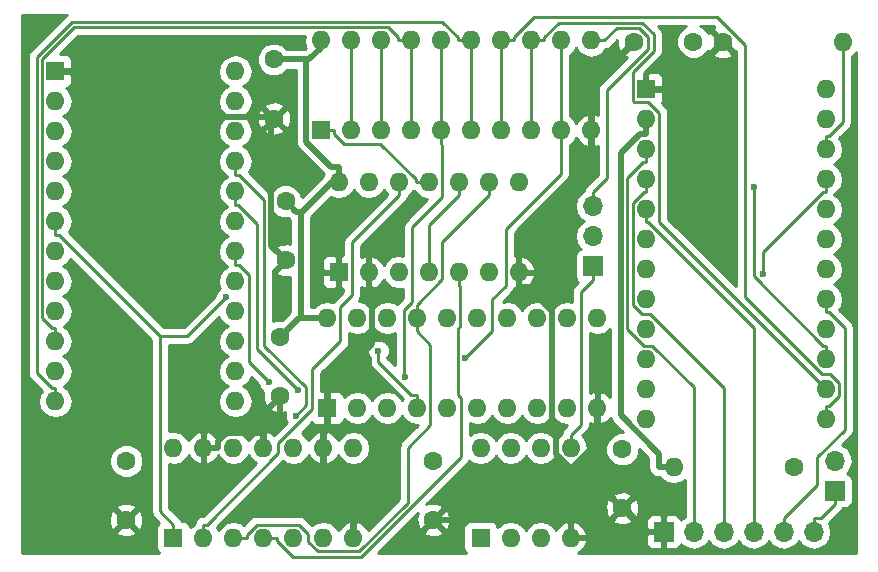
<source format=gbl>
G04 #@! TF.FileFunction,Copper,L2,Bot,Signal*
%FSLAX46Y46*%
G04 Gerber Fmt 4.6, Leading zero omitted, Abs format (unit mm)*
G04 Created by KiCad (PCBNEW 4.0.7) date 10/14/18 11:55:26*
%MOMM*%
%LPD*%
G01*
G04 APERTURE LIST*
%ADD10C,0.100000*%
%ADD11C,1.524000*%
%ADD12C,1.600000*%
%ADD13R,1.600000X1.600000*%
%ADD14O,1.600000X1.600000*%
%ADD15R,1.700000X1.700000*%
%ADD16O,1.700000X1.700000*%
%ADD17C,0.600000*%
%ADD18C,0.500000*%
%ADD19C,0.250000*%
%ADD20C,0.254000*%
G04 APERTURE END LIST*
D10*
D11*
X120500000Y-75270000D03*
D12*
X73000000Y-46500000D03*
X73000000Y-51500000D03*
X59500000Y-68500000D03*
X59500000Y-73500000D03*
X72000000Y-34500000D03*
X72000000Y-39500000D03*
X72500000Y-58000000D03*
X72500000Y-63000000D03*
X101500000Y-67500000D03*
X101500000Y-72500000D03*
X85500000Y-68500000D03*
X85500000Y-73500000D03*
X102500000Y-33000000D03*
X107500000Y-33000000D03*
D13*
X53500000Y-35500000D03*
D14*
X68740000Y-63440000D03*
X53500000Y-38040000D03*
X68740000Y-60900000D03*
X53500000Y-40580000D03*
X68740000Y-58360000D03*
X53500000Y-43120000D03*
X68740000Y-55820000D03*
X53500000Y-45660000D03*
X68740000Y-53280000D03*
X53500000Y-48200000D03*
X68740000Y-50740000D03*
X53500000Y-50740000D03*
X68740000Y-48200000D03*
X53500000Y-53280000D03*
X68740000Y-45660000D03*
X53500000Y-55820000D03*
X68740000Y-43120000D03*
X53500000Y-58360000D03*
X68740000Y-40580000D03*
X53500000Y-60900000D03*
X68740000Y-38040000D03*
X53500000Y-63440000D03*
X68740000Y-35500000D03*
D15*
X99000000Y-52000000D03*
D16*
X99000000Y-49460000D03*
X99000000Y-46920000D03*
D13*
X76000000Y-40500000D03*
D14*
X98860000Y-32880000D03*
X78540000Y-40500000D03*
X96320000Y-32880000D03*
X81080000Y-40500000D03*
X93780000Y-32880000D03*
X83620000Y-40500000D03*
X91240000Y-32880000D03*
X86160000Y-40500000D03*
X88700000Y-32880000D03*
X88700000Y-40500000D03*
X86160000Y-32880000D03*
X91240000Y-40500000D03*
X83620000Y-32880000D03*
X93780000Y-40500000D03*
X81080000Y-32880000D03*
X96320000Y-40500000D03*
X78540000Y-32880000D03*
X98860000Y-40500000D03*
X76000000Y-32880000D03*
D13*
X76500000Y-64000000D03*
D14*
X99360000Y-56380000D03*
X79040000Y-64000000D03*
X96820000Y-56380000D03*
X81580000Y-64000000D03*
X94280000Y-56380000D03*
X84120000Y-64000000D03*
X91740000Y-56380000D03*
X86660000Y-64000000D03*
X89200000Y-56380000D03*
X89200000Y-64000000D03*
X86660000Y-56380000D03*
X91740000Y-64000000D03*
X84120000Y-56380000D03*
X94280000Y-64000000D03*
X81580000Y-56380000D03*
X96820000Y-64000000D03*
X79040000Y-56380000D03*
X99360000Y-64000000D03*
X76500000Y-56380000D03*
D13*
X77500000Y-52500000D03*
D14*
X92740000Y-44880000D03*
X80040000Y-52500000D03*
X90200000Y-44880000D03*
X82580000Y-52500000D03*
X87660000Y-44880000D03*
X85120000Y-52500000D03*
X85120000Y-44880000D03*
X87660000Y-52500000D03*
X82580000Y-44880000D03*
X90200000Y-52500000D03*
X80040000Y-44880000D03*
X92740000Y-52500000D03*
X77500000Y-44880000D03*
D13*
X89500000Y-75000000D03*
D14*
X97120000Y-67380000D03*
X92040000Y-75000000D03*
X94580000Y-67380000D03*
X94580000Y-75000000D03*
X92040000Y-67380000D03*
X97120000Y-75000000D03*
X89500000Y-67380000D03*
D13*
X103500000Y-37000000D03*
D14*
X118740000Y-64940000D03*
X103500000Y-39540000D03*
X118740000Y-62400000D03*
X103500000Y-42080000D03*
X118740000Y-59860000D03*
X103500000Y-44620000D03*
X118740000Y-57320000D03*
X103500000Y-47160000D03*
X118740000Y-54780000D03*
X103500000Y-49700000D03*
X118740000Y-52240000D03*
X103500000Y-52240000D03*
X118740000Y-49700000D03*
X103500000Y-54780000D03*
X118740000Y-47160000D03*
X103500000Y-57320000D03*
X118740000Y-44620000D03*
X103500000Y-59860000D03*
X118740000Y-42080000D03*
X103500000Y-62400000D03*
X118740000Y-39540000D03*
X103500000Y-64940000D03*
X118740000Y-37000000D03*
D15*
X105000000Y-74500000D03*
D16*
X107540000Y-74500000D03*
X110080000Y-74500000D03*
X112620000Y-74500000D03*
X115160000Y-74500000D03*
X117700000Y-74500000D03*
D15*
X119500000Y-71000000D03*
D16*
X119500000Y-68460000D03*
D12*
X110000000Y-33000000D03*
D14*
X120160000Y-33000000D03*
D12*
X116000000Y-69000000D03*
D14*
X105840000Y-69000000D03*
D13*
X63500000Y-75000000D03*
D14*
X78740000Y-67380000D03*
X66040000Y-75000000D03*
X76200000Y-67380000D03*
X68580000Y-75000000D03*
X73660000Y-67380000D03*
X71120000Y-75000000D03*
X71120000Y-67380000D03*
X73660000Y-75000000D03*
X68580000Y-67380000D03*
X76200000Y-75000000D03*
X66040000Y-67380000D03*
X78740000Y-75000000D03*
X63500000Y-67380000D03*
D11*
X54500000Y-71270000D03*
D17*
X88175300Y-59785800D03*
X112622700Y-45279800D03*
X71588300Y-61830800D03*
X80855900Y-59144500D03*
X74038000Y-62474400D03*
X73848900Y-64643700D03*
X83066400Y-61420200D03*
X67946900Y-54635700D03*
X113396900Y-52666200D03*
D18*
X105840000Y-69000000D02*
X104589700Y-69000000D01*
X103500000Y-39540000D02*
X103500000Y-40790300D01*
X102956100Y-40790300D02*
X103500000Y-40790300D01*
X101349100Y-42397300D02*
X102956100Y-40790300D01*
X101349100Y-64622900D02*
X101349100Y-42397300D01*
X104589700Y-67863500D02*
X101349100Y-64622900D01*
X104589700Y-69000000D02*
X104589700Y-67863500D01*
X76000000Y-32880000D02*
X76000000Y-33505100D01*
X76500000Y-56380000D02*
X74268700Y-56380000D01*
X74120000Y-56380000D02*
X72500000Y-58000000D01*
X74268700Y-56380000D02*
X74120000Y-56380000D01*
X76878400Y-43629700D02*
X77500000Y-43629700D01*
X74737900Y-41489200D02*
X76878400Y-43629700D01*
X74737900Y-34500000D02*
X74737900Y-41489200D01*
X72000000Y-34500000D02*
X74737900Y-34500000D01*
X75005100Y-34500000D02*
X76000000Y-33505100D01*
X74737900Y-34500000D02*
X75005100Y-34500000D01*
X77500000Y-44880000D02*
X77500000Y-44254800D01*
X77500000Y-44254800D02*
X77500000Y-43629700D01*
X74268700Y-56380000D02*
X74268700Y-47400100D01*
X74354700Y-47400100D02*
X74268700Y-47400100D01*
X77500000Y-44254800D02*
X74354700Y-47400100D01*
X73900100Y-47400100D02*
X73000000Y-46500000D01*
X74268700Y-47400100D02*
X73900100Y-47400100D01*
X76200000Y-67380000D02*
X76200000Y-66129700D01*
X78740000Y-71170300D02*
X76200000Y-68630300D01*
X78740000Y-75000000D02*
X78740000Y-71170300D01*
X76200000Y-67380000D02*
X76200000Y-68630300D01*
X105000000Y-74500000D02*
X103699700Y-74500000D01*
X101699700Y-72500000D02*
X103699700Y-74500000D01*
X101500000Y-72500000D02*
X101699700Y-72500000D01*
X98860000Y-36640000D02*
X98860000Y-40500000D01*
X102500000Y-33000000D02*
X98860000Y-36640000D01*
X92740000Y-53125100D02*
X92740000Y-53750300D01*
X92740000Y-53125100D02*
X92740000Y-52500000D01*
X98860000Y-42907000D02*
X98860000Y-40500000D01*
X92740000Y-49027000D02*
X98860000Y-42907000D01*
X92740000Y-52500000D02*
X92740000Y-49027000D01*
X76500000Y-65829700D02*
X76500000Y-64000000D01*
X76200000Y-66129700D02*
X76500000Y-65829700D01*
X80310000Y-54020300D02*
X80040000Y-53750300D01*
X80310000Y-58590900D02*
X80310000Y-54020300D01*
X76500000Y-62400900D02*
X80310000Y-58590900D01*
X76500000Y-62749700D02*
X76500000Y-62400900D01*
X76500000Y-64000000D02*
X76500000Y-62749700D01*
X80040000Y-52500000D02*
X80040000Y-53750300D01*
X93492900Y-53750300D02*
X92740000Y-53750300D01*
X95550000Y-55807400D02*
X93492900Y-53750300D01*
X95550000Y-65890300D02*
X95550000Y-55807400D01*
X95869600Y-66209900D02*
X95550000Y-65890300D01*
X95869600Y-67906300D02*
X95869600Y-66209900D01*
X97117700Y-69154400D02*
X95869600Y-67906300D01*
X99360000Y-66912100D02*
X99360000Y-64000000D01*
X97117700Y-69154400D02*
X99360000Y-66912100D01*
X72500000Y-64749700D02*
X71120000Y-66129700D01*
X72500000Y-63000000D02*
X72500000Y-64749700D01*
X71120000Y-67380000D02*
X71120000Y-66129700D01*
X67993500Y-66129700D02*
X71120000Y-66129700D01*
X67290300Y-66832900D02*
X67993500Y-66129700D01*
X67290300Y-67380000D02*
X67290300Y-66832900D01*
X66040000Y-67380000D02*
X67290300Y-67380000D01*
X97120000Y-75000000D02*
X97120000Y-73749700D01*
X97120000Y-73500000D02*
X85500000Y-73500000D01*
X97120000Y-73500000D02*
X97120000Y-73749700D01*
X98951100Y-71668900D02*
X97120000Y-73500000D01*
X100668900Y-71668900D02*
X98951100Y-71668900D01*
X101500000Y-72500000D02*
X100668900Y-71668900D01*
X97117700Y-69835500D02*
X97117700Y-69154400D01*
X98951100Y-71668900D02*
X97117700Y-69835500D01*
X53500000Y-35500000D02*
X54750300Y-35500000D01*
X71328100Y-39329700D02*
X71749200Y-39750800D01*
X58580000Y-39329700D02*
X71328100Y-39329700D01*
X54750300Y-35500000D02*
X58580000Y-39329700D01*
X71749200Y-50249200D02*
X71749200Y-39750800D01*
X73000000Y-51500000D02*
X71749200Y-50249200D01*
X71749200Y-39750800D02*
X72000000Y-39500000D01*
X106000000Y-37000000D02*
X103500000Y-37000000D01*
X110000000Y-33000000D02*
X106000000Y-37000000D01*
D19*
X91240000Y-40500000D02*
X91240000Y-32880000D01*
X91240000Y-32880000D02*
X92365300Y-32880000D01*
X118740000Y-64940000D02*
X118740000Y-63814700D01*
X92365300Y-32598700D02*
X92365300Y-32880000D01*
X94039300Y-30924700D02*
X92365300Y-32598700D01*
X109540400Y-30924700D02*
X94039300Y-30924700D01*
X111870900Y-33255200D02*
X109540400Y-30924700D01*
X111870900Y-54588400D02*
X111870900Y-33255200D01*
X118412500Y-61130000D02*
X111870900Y-54588400D01*
X119074900Y-61130000D02*
X118412500Y-61130000D01*
X119865300Y-61920400D02*
X119074900Y-61130000D01*
X119865300Y-62970800D02*
X119865300Y-61920400D01*
X119021400Y-63814700D02*
X119865300Y-62970800D01*
X118740000Y-63814700D02*
X119021400Y-63814700D01*
X93780000Y-40500000D02*
X93780000Y-32880000D01*
X104625400Y-48285400D02*
X118740000Y-62400000D01*
X104625400Y-39056300D02*
X104625400Y-48285400D01*
X103694500Y-38125400D02*
X104625400Y-39056300D01*
X102497600Y-38125400D02*
X103694500Y-38125400D01*
X102374600Y-38002400D02*
X102497600Y-38125400D01*
X102374600Y-35562500D02*
X102374600Y-38002400D01*
X104158100Y-33779000D02*
X102374600Y-35562500D01*
X104158100Y-32382500D02*
X104158100Y-33779000D01*
X103150700Y-31375100D02*
X104158100Y-32382500D01*
X96128900Y-31375100D02*
X103150700Y-31375100D01*
X94905300Y-32598700D02*
X96128900Y-31375100D01*
X94905300Y-32880000D02*
X94905300Y-32598700D01*
X93780000Y-32880000D02*
X94905300Y-32880000D01*
X96320000Y-32880000D02*
X96320000Y-40500000D01*
X118740000Y-59860000D02*
X118740000Y-58734700D01*
X112622700Y-52828400D02*
X112622700Y-45279800D01*
X118529000Y-58734700D02*
X112622700Y-52828400D01*
X118740000Y-58734700D02*
X118529000Y-58734700D01*
X90470000Y-57491100D02*
X88175300Y-59785800D01*
X90470000Y-54814800D02*
X90470000Y-57491100D01*
X91614600Y-53670200D02*
X90470000Y-54814800D01*
X91614600Y-48877200D02*
X91614600Y-53670200D01*
X96320000Y-44171800D02*
X91614600Y-48877200D01*
X96320000Y-40500000D02*
X96320000Y-44171800D01*
X69021400Y-51865300D02*
X68740000Y-51865300D01*
X69865300Y-52709200D02*
X69021400Y-51865300D01*
X69865300Y-60107800D02*
X69865300Y-52709200D01*
X71588300Y-61830800D02*
X69865300Y-60107800D01*
X68740000Y-50740000D02*
X68740000Y-51865300D01*
X84120000Y-64000000D02*
X84120000Y-62874700D01*
X83636600Y-62874700D02*
X84120000Y-62874700D01*
X80855900Y-60094000D02*
X83636600Y-62874700D01*
X80855900Y-59144500D02*
X80855900Y-60094000D01*
X78540000Y-32880000D02*
X78540000Y-40500000D01*
X68740000Y-45660000D02*
X68740000Y-46785300D01*
X70582900Y-59019300D02*
X74038000Y-62474400D01*
X70582900Y-48423700D02*
X70582900Y-59019300D01*
X68944500Y-46785300D02*
X70582900Y-48423700D01*
X68740000Y-46785300D02*
X68944500Y-46785300D01*
X81080000Y-32880000D02*
X81080000Y-40500000D01*
X69021300Y-44245300D02*
X68740000Y-44245300D01*
X71173300Y-46397300D02*
X69021300Y-44245300D01*
X71173300Y-58719600D02*
X71173300Y-46397300D01*
X74700700Y-62247000D02*
X71173300Y-58719600D01*
X74700700Y-63791900D02*
X74700700Y-62247000D01*
X73848900Y-64643700D02*
X74700700Y-63791900D01*
X68740000Y-43120000D02*
X68740000Y-44245300D01*
X83620000Y-40500000D02*
X83620000Y-32880000D01*
X53218600Y-57234700D02*
X53500000Y-57234700D01*
X52374700Y-56390800D02*
X53218600Y-57234700D01*
X52374700Y-34487200D02*
X52374700Y-56390800D01*
X55117000Y-31744900D02*
X52374700Y-34487200D01*
X81640900Y-31744900D02*
X55117000Y-31744900D01*
X82494700Y-32598700D02*
X81640900Y-31744900D01*
X82494700Y-32880000D02*
X82494700Y-32598700D01*
X83620000Y-32880000D02*
X82494700Y-32880000D01*
X53500000Y-58360000D02*
X53500000Y-57234700D01*
X118740000Y-42080000D02*
X118740000Y-40954700D01*
X120160000Y-39816000D02*
X120160000Y-34125300D01*
X119021300Y-40954700D02*
X120160000Y-39816000D01*
X118740000Y-40954700D02*
X119021300Y-40954700D01*
X120160000Y-33000000D02*
X120160000Y-34125300D01*
X86160000Y-32880000D02*
X86160000Y-40500000D01*
X86160000Y-40500000D02*
X86160000Y-41625300D01*
X82994700Y-61348500D02*
X83066400Y-61420200D01*
X82994700Y-55716500D02*
X82994700Y-61348500D01*
X83705400Y-55005800D02*
X82994700Y-55716500D01*
X83705400Y-48690000D02*
X83705400Y-55005800D01*
X86275000Y-46120400D02*
X83705400Y-48690000D01*
X86275000Y-41740300D02*
X86275000Y-46120400D01*
X86160000Y-41625300D02*
X86275000Y-41740300D01*
X87660000Y-44880000D02*
X87660000Y-46005300D01*
X101024300Y-31841000D02*
X99985300Y-32880000D01*
X102932700Y-31841000D02*
X101024300Y-31841000D01*
X103657900Y-32566200D02*
X102932700Y-31841000D01*
X103657900Y-33642300D02*
X103657900Y-32566200D01*
X100175300Y-37124900D02*
X103657900Y-33642300D01*
X100175300Y-44569400D02*
X100175300Y-37124900D01*
X99000000Y-45744700D02*
X100175300Y-44569400D01*
X99000000Y-46920000D02*
X99000000Y-45744700D01*
X98860000Y-32880000D02*
X99985300Y-32880000D01*
X85120000Y-48545300D02*
X87660000Y-46005300D01*
X85120000Y-52500000D02*
X85120000Y-48545300D01*
X53218700Y-62314700D02*
X53500000Y-62314700D01*
X51910300Y-61006300D02*
X53218700Y-62314700D01*
X51910300Y-34314700D02*
X51910300Y-61006300D01*
X54930500Y-31294500D02*
X51910300Y-34314700D01*
X86270500Y-31294500D02*
X54930500Y-31294500D01*
X87574700Y-32598700D02*
X86270500Y-31294500D01*
X87574700Y-32880000D02*
X87574700Y-32598700D01*
X88700000Y-32880000D02*
X87574700Y-32880000D01*
X53500000Y-63440000D02*
X53500000Y-62314700D01*
X88700000Y-40500000D02*
X88700000Y-32880000D01*
X118350600Y-73324700D02*
X117700000Y-73324700D01*
X119500000Y-72175300D02*
X118350600Y-73324700D01*
X119500000Y-71000000D02*
X119500000Y-72175300D01*
X117700000Y-74500000D02*
X117700000Y-73324700D01*
X63500000Y-75000000D02*
X63500000Y-73874700D01*
X53500000Y-48200000D02*
X53500000Y-49325300D01*
X64663900Y-57918700D02*
X67946900Y-54635700D01*
X62374700Y-57918700D02*
X64663900Y-57918700D01*
X62374700Y-72749400D02*
X62374700Y-57918700D01*
X63500000Y-73874700D02*
X62374700Y-72749400D01*
X53781300Y-49325300D02*
X53500000Y-49325300D01*
X62374700Y-57918700D02*
X53781300Y-49325300D01*
X97120000Y-67380000D02*
X97120000Y-66254700D01*
X99000000Y-52000000D02*
X99000000Y-53175300D01*
X97967400Y-54207900D02*
X99000000Y-53175300D01*
X97967400Y-65407300D02*
X97967400Y-54207900D01*
X97120000Y-66254700D02*
X97967400Y-65407300D01*
X78625400Y-49959900D02*
X82580000Y-46005300D01*
X78625400Y-54473400D02*
X78625400Y-49959900D01*
X77625400Y-55473400D02*
X78625400Y-54473400D01*
X77625400Y-58361900D02*
X77625400Y-55473400D01*
X75260900Y-60726400D02*
X77625400Y-58361900D01*
X75260900Y-64122200D02*
X75260900Y-60726400D01*
X72390000Y-66993100D02*
X75260900Y-64122200D01*
X72390000Y-67806000D02*
X72390000Y-66993100D01*
X66321300Y-73874700D02*
X72390000Y-67806000D01*
X66040000Y-73874700D02*
X66321300Y-73874700D01*
X66040000Y-75000000D02*
X66040000Y-73874700D01*
X82580000Y-44880000D02*
X82580000Y-46005300D01*
X77125300Y-40781400D02*
X77125300Y-40500000D01*
X77969200Y-41625300D02*
X77125300Y-40781400D01*
X81021400Y-41625300D02*
X77969200Y-41625300D01*
X83994700Y-44598600D02*
X81021400Y-41625300D01*
X83994700Y-44880000D02*
X83994700Y-44598600D01*
X85120000Y-44880000D02*
X83994700Y-44880000D01*
X76000000Y-40500000D02*
X77125300Y-40500000D01*
X118740000Y-44620000D02*
X118740000Y-45745300D01*
X118458700Y-45745300D02*
X118740000Y-45745300D01*
X113396900Y-50807100D02*
X118458700Y-45745300D01*
X113396900Y-52666200D02*
X113396900Y-50807100D01*
X103500000Y-42080000D02*
X103500000Y-43205300D01*
X107540000Y-62257700D02*
X107540000Y-74500000D01*
X104016900Y-58734600D02*
X107540000Y-62257700D01*
X103306200Y-58734600D02*
X104016900Y-58734600D01*
X101924400Y-57352800D02*
X103306200Y-58734600D01*
X101924400Y-44499500D02*
X101924400Y-57352800D01*
X103218600Y-43205300D02*
X101924400Y-44499500D01*
X103500000Y-43205300D02*
X103218600Y-43205300D01*
X103500000Y-44620000D02*
X103500000Y-45745300D01*
X110080000Y-74500000D02*
X110080000Y-73324700D01*
X110080000Y-62278800D02*
X110080000Y-73324700D01*
X103851200Y-56050000D02*
X110080000Y-62278800D01*
X103148100Y-56050000D02*
X103851200Y-56050000D01*
X102374700Y-55276600D02*
X103148100Y-56050000D01*
X102374700Y-46677800D02*
X102374700Y-55276600D01*
X103307200Y-45745300D02*
X102374700Y-46677800D01*
X103500000Y-45745300D02*
X103307200Y-45745300D01*
X103692800Y-48285300D02*
X103500000Y-48285300D01*
X112620000Y-57212500D02*
X103692800Y-48285300D01*
X112620000Y-74500000D02*
X112620000Y-57212500D01*
X103500000Y-47160000D02*
X103500000Y-48285300D01*
X119021300Y-55905300D02*
X118740000Y-55905300D01*
X120328000Y-57212000D02*
X119021300Y-55905300D01*
X120328000Y-65850300D02*
X120328000Y-57212000D01*
X117987000Y-68191300D02*
X120328000Y-65850300D01*
X117987000Y-70497700D02*
X117987000Y-68191300D01*
X115160000Y-73324700D02*
X117987000Y-70497700D01*
X115160000Y-74500000D02*
X115160000Y-73324700D01*
X118740000Y-54780000D02*
X118740000Y-55905300D01*
X84120000Y-56380000D02*
X84120000Y-55254700D01*
X86261200Y-49944100D02*
X90200000Y-46005300D01*
X86261200Y-53113500D02*
X86261200Y-49944100D01*
X84120000Y-55254700D02*
X86261200Y-53113500D01*
X90200000Y-44880000D02*
X90200000Y-46005300D01*
X85245300Y-58630600D02*
X84120000Y-57505300D01*
X85245300Y-65474800D02*
X85245300Y-58630600D01*
X83342500Y-67377600D02*
X85245300Y-65474800D01*
X83342500Y-72022800D02*
X83342500Y-67377600D01*
X79220900Y-76144400D02*
X83342500Y-72022800D01*
X75748700Y-76144400D02*
X79220900Y-76144400D01*
X74930000Y-75325700D02*
X75748700Y-76144400D01*
X74930000Y-74672500D02*
X74930000Y-75325700D01*
X74132100Y-73874600D02*
X74930000Y-74672500D01*
X70549400Y-73874600D02*
X74132100Y-73874600D01*
X69705300Y-74718700D02*
X70549400Y-73874600D01*
X69705300Y-75000000D02*
X69705300Y-74718700D01*
X68580000Y-75000000D02*
X69705300Y-75000000D01*
X84120000Y-56380000D02*
X84120000Y-57505300D01*
X87795000Y-53760300D02*
X87660000Y-53625300D01*
X87795000Y-57045200D02*
X87795000Y-53760300D01*
X87549900Y-57290300D02*
X87795000Y-57045200D01*
X87549900Y-62874600D02*
X87549900Y-57290300D01*
X87835000Y-63159700D02*
X87549900Y-62874600D01*
X87835000Y-68182500D02*
X87835000Y-63159700D01*
X79404900Y-76612600D02*
X87835000Y-68182500D01*
X73576600Y-76612600D02*
X79404900Y-76612600D01*
X72245300Y-75281300D02*
X73576600Y-76612600D01*
X72245300Y-75000000D02*
X72245300Y-75281300D01*
X71120000Y-75000000D02*
X72245300Y-75000000D01*
X87660000Y-52500000D02*
X87660000Y-53625300D01*
D20*
G36*
X121290000Y-76290000D02*
X97715074Y-76290000D01*
X97857423Y-76231041D01*
X98272389Y-75855134D01*
X98511914Y-75349041D01*
X98390629Y-75127000D01*
X97247000Y-75127000D01*
X97247000Y-75147000D01*
X96993000Y-75147000D01*
X96993000Y-75127000D01*
X96973000Y-75127000D01*
X96973000Y-74873000D01*
X96993000Y-74873000D01*
X96993000Y-73730085D01*
X97247000Y-73730085D01*
X97247000Y-74873000D01*
X98390629Y-74873000D01*
X98438287Y-74785750D01*
X103515000Y-74785750D01*
X103515000Y-75476309D01*
X103611673Y-75709698D01*
X103790301Y-75888327D01*
X104023690Y-75985000D01*
X104714250Y-75985000D01*
X104873000Y-75826250D01*
X104873000Y-74627000D01*
X103673750Y-74627000D01*
X103515000Y-74785750D01*
X98438287Y-74785750D01*
X98511914Y-74650959D01*
X98272389Y-74144866D01*
X97857423Y-73768959D01*
X97469039Y-73608096D01*
X97247000Y-73730085D01*
X96993000Y-73730085D01*
X96770961Y-73608096D01*
X96382577Y-73768959D01*
X95967611Y-74144866D01*
X95864986Y-74361703D01*
X95594698Y-73957189D01*
X95129151Y-73646120D01*
X94580000Y-73536887D01*
X94030849Y-73646120D01*
X93565302Y-73957189D01*
X93310000Y-74339275D01*
X93054698Y-73957189D01*
X92589151Y-73646120D01*
X92040000Y-73536887D01*
X91490849Y-73646120D01*
X91025302Y-73957189D01*
X90928899Y-74101465D01*
X90903162Y-73964683D01*
X90764090Y-73748559D01*
X90551890Y-73603569D01*
X90300000Y-73552560D01*
X88700000Y-73552560D01*
X88464683Y-73596838D01*
X88248559Y-73735910D01*
X88103569Y-73948110D01*
X88052560Y-74200000D01*
X88052560Y-75800000D01*
X88096838Y-76035317D01*
X88235910Y-76251441D01*
X88292343Y-76290000D01*
X80802302Y-76290000D01*
X82584557Y-74507745D01*
X84671861Y-74507745D01*
X84745995Y-74753864D01*
X85283223Y-74946965D01*
X85853454Y-74919778D01*
X86254005Y-74753864D01*
X86328139Y-74507745D01*
X85500000Y-73679605D01*
X84671861Y-74507745D01*
X82584557Y-74507745D01*
X84189927Y-72902375D01*
X84053035Y-73283223D01*
X84080222Y-73853454D01*
X84246136Y-74254005D01*
X84492255Y-74328139D01*
X85320395Y-73500000D01*
X85679605Y-73500000D01*
X86507745Y-74328139D01*
X86753864Y-74254005D01*
X86946965Y-73716777D01*
X86936999Y-73507745D01*
X100671861Y-73507745D01*
X100745995Y-73753864D01*
X101283223Y-73946965D01*
X101853454Y-73919778D01*
X102254005Y-73753864D01*
X102323335Y-73523691D01*
X103515000Y-73523691D01*
X103515000Y-74214250D01*
X103673750Y-74373000D01*
X104873000Y-74373000D01*
X104873000Y-73173750D01*
X104714250Y-73015000D01*
X104023690Y-73015000D01*
X103790301Y-73111673D01*
X103611673Y-73290302D01*
X103515000Y-73523691D01*
X102323335Y-73523691D01*
X102328139Y-73507745D01*
X101500000Y-72679605D01*
X100671861Y-73507745D01*
X86936999Y-73507745D01*
X86919778Y-73146546D01*
X86753864Y-72745995D01*
X86507745Y-72671861D01*
X85679605Y-73500000D01*
X85320395Y-73500000D01*
X85306252Y-73485858D01*
X85485858Y-73306252D01*
X85500000Y-73320395D01*
X86328139Y-72492255D01*
X86265177Y-72283223D01*
X100053035Y-72283223D01*
X100080222Y-72853454D01*
X100246136Y-73254005D01*
X100492255Y-73328139D01*
X101320395Y-72500000D01*
X101679605Y-72500000D01*
X102507745Y-73328139D01*
X102753864Y-73254005D01*
X102946965Y-72716777D01*
X102919778Y-72146546D01*
X102753864Y-71745995D01*
X102507745Y-71671861D01*
X101679605Y-72500000D01*
X101320395Y-72500000D01*
X100492255Y-71671861D01*
X100246136Y-71745995D01*
X100053035Y-72283223D01*
X86265177Y-72283223D01*
X86254005Y-72246136D01*
X85716777Y-72053035D01*
X85146546Y-72080222D01*
X84916998Y-72175304D01*
X85600047Y-71492255D01*
X100671861Y-71492255D01*
X101500000Y-72320395D01*
X102328139Y-71492255D01*
X102254005Y-71246136D01*
X101716777Y-71053035D01*
X101146546Y-71080222D01*
X100745995Y-71246136D01*
X100671861Y-71492255D01*
X85600047Y-71492255D01*
X88372401Y-68719901D01*
X88537148Y-68473339D01*
X88539937Y-68459317D01*
X88950849Y-68733880D01*
X89500000Y-68843113D01*
X90049151Y-68733880D01*
X90514698Y-68422811D01*
X90770000Y-68040725D01*
X91025302Y-68422811D01*
X91490849Y-68733880D01*
X92040000Y-68843113D01*
X92589151Y-68733880D01*
X93054698Y-68422811D01*
X93310000Y-68040725D01*
X93565302Y-68422811D01*
X94030849Y-68733880D01*
X94580000Y-68843113D01*
X95129151Y-68733880D01*
X95594698Y-68422811D01*
X95850000Y-68040725D01*
X96105302Y-68422811D01*
X96570849Y-68733880D01*
X97120000Y-68843113D01*
X97669151Y-68733880D01*
X98134698Y-68422811D01*
X98445767Y-67957264D01*
X98555000Y-67408113D01*
X98555000Y-67351887D01*
X98445767Y-66802736D01*
X98134698Y-66337189D01*
X98121279Y-66328223D01*
X98504801Y-65944701D01*
X98669548Y-65698139D01*
X98727400Y-65407300D01*
X98727400Y-65274457D01*
X99010961Y-65391904D01*
X99233000Y-65269915D01*
X99233000Y-64127000D01*
X99213000Y-64127000D01*
X99213000Y-63873000D01*
X99233000Y-63873000D01*
X99233000Y-62730085D01*
X99010961Y-62608096D01*
X98727400Y-62725543D01*
X98727400Y-57678121D01*
X98810849Y-57733880D01*
X99360000Y-57843113D01*
X99909151Y-57733880D01*
X100374698Y-57422811D01*
X100464100Y-57289012D01*
X100464100Y-63101122D01*
X100097423Y-62768959D01*
X99709039Y-62608096D01*
X99487000Y-62730085D01*
X99487000Y-63873000D01*
X99507000Y-63873000D01*
X99507000Y-64127000D01*
X99487000Y-64127000D01*
X99487000Y-65269915D01*
X99709039Y-65391904D01*
X100097423Y-65231041D01*
X100510614Y-64856742D01*
X100531467Y-64961575D01*
X100656133Y-65148152D01*
X100723310Y-65248690D01*
X101539655Y-66065035D01*
X101215813Y-66064752D01*
X100688200Y-66282757D01*
X100284176Y-66686077D01*
X100065250Y-67213309D01*
X100064752Y-67784187D01*
X100282757Y-68311800D01*
X100686077Y-68715824D01*
X101213309Y-68934750D01*
X101784187Y-68935248D01*
X102311800Y-68717243D01*
X102715824Y-68313923D01*
X102934750Y-67786691D01*
X102935035Y-67460414D01*
X103704700Y-68230079D01*
X103704700Y-69000000D01*
X103772067Y-69338675D01*
X103963910Y-69625790D01*
X104251025Y-69817633D01*
X104589700Y-69885000D01*
X104710527Y-69885000D01*
X104797189Y-70014698D01*
X105262736Y-70325767D01*
X105811887Y-70435000D01*
X105868113Y-70435000D01*
X106417264Y-70325767D01*
X106780000Y-70083394D01*
X106780000Y-73227046D01*
X106489946Y-73420853D01*
X106460597Y-73464777D01*
X106388327Y-73290302D01*
X106209699Y-73111673D01*
X105976310Y-73015000D01*
X105285750Y-73015000D01*
X105127000Y-73173750D01*
X105127000Y-74373000D01*
X105147000Y-74373000D01*
X105147000Y-74627000D01*
X105127000Y-74627000D01*
X105127000Y-75826250D01*
X105285750Y-75985000D01*
X105976310Y-75985000D01*
X106209699Y-75888327D01*
X106388327Y-75709698D01*
X106460597Y-75535223D01*
X106489946Y-75579147D01*
X106971715Y-75901054D01*
X107540000Y-76014093D01*
X108108285Y-75901054D01*
X108590054Y-75579147D01*
X108810000Y-75249974D01*
X109029946Y-75579147D01*
X109511715Y-75901054D01*
X110080000Y-76014093D01*
X110648285Y-75901054D01*
X111130054Y-75579147D01*
X111350000Y-75249974D01*
X111569946Y-75579147D01*
X112051715Y-75901054D01*
X112620000Y-76014093D01*
X113188285Y-75901054D01*
X113670054Y-75579147D01*
X113890000Y-75249974D01*
X114109946Y-75579147D01*
X114591715Y-75901054D01*
X115160000Y-76014093D01*
X115728285Y-75901054D01*
X116210054Y-75579147D01*
X116430000Y-75249974D01*
X116649946Y-75579147D01*
X117131715Y-75901054D01*
X117700000Y-76014093D01*
X118268285Y-75901054D01*
X118750054Y-75579147D01*
X119071961Y-75097378D01*
X119185000Y-74529093D01*
X119185000Y-74470907D01*
X119071961Y-73902622D01*
X118982047Y-73768055D01*
X120037401Y-72712701D01*
X120181233Y-72497440D01*
X120350000Y-72497440D01*
X120585317Y-72453162D01*
X120801441Y-72314090D01*
X120946431Y-72101890D01*
X120997440Y-71850000D01*
X120997440Y-70150000D01*
X120953162Y-69914683D01*
X120814090Y-69698559D01*
X120601890Y-69553569D01*
X120534459Y-69539914D01*
X120579147Y-69510054D01*
X120901054Y-69028285D01*
X121014093Y-68460000D01*
X120901054Y-67891715D01*
X120579147Y-67409946D01*
X120137952Y-67115150D01*
X120865401Y-66387701D01*
X121030148Y-66141139D01*
X121088000Y-65850300D01*
X121088000Y-57212000D01*
X121030148Y-56921161D01*
X120865401Y-56674599D01*
X119863997Y-55673195D01*
X120093880Y-55329151D01*
X120203113Y-54780000D01*
X120093880Y-54230849D01*
X119782811Y-53765302D01*
X119400725Y-53510000D01*
X119782811Y-53254698D01*
X120093880Y-52789151D01*
X120203113Y-52240000D01*
X120093880Y-51690849D01*
X119782811Y-51225302D01*
X119400725Y-50970000D01*
X119782811Y-50714698D01*
X120093880Y-50249151D01*
X120203113Y-49700000D01*
X120093880Y-49150849D01*
X119782811Y-48685302D01*
X119400725Y-48430000D01*
X119782811Y-48174698D01*
X120093880Y-47709151D01*
X120203113Y-47160000D01*
X120093880Y-46610849D01*
X119782811Y-46145302D01*
X119462947Y-45931576D01*
X119482022Y-45835679D01*
X119782811Y-45634698D01*
X120093880Y-45169151D01*
X120203113Y-44620000D01*
X120093880Y-44070849D01*
X119782811Y-43605302D01*
X119400725Y-43350000D01*
X119782811Y-43094698D01*
X120093880Y-42629151D01*
X120203113Y-42080000D01*
X120093880Y-41530849D01*
X119863997Y-41186805D01*
X120697401Y-40353401D01*
X120862148Y-40106839D01*
X120920000Y-39816000D01*
X120920000Y-34203667D01*
X121202811Y-34014698D01*
X121290000Y-33884211D01*
X121290000Y-76290000D01*
X121290000Y-76290000D01*
G37*
X121290000Y-76290000D02*
X97715074Y-76290000D01*
X97857423Y-76231041D01*
X98272389Y-75855134D01*
X98511914Y-75349041D01*
X98390629Y-75127000D01*
X97247000Y-75127000D01*
X97247000Y-75147000D01*
X96993000Y-75147000D01*
X96993000Y-75127000D01*
X96973000Y-75127000D01*
X96973000Y-74873000D01*
X96993000Y-74873000D01*
X96993000Y-73730085D01*
X97247000Y-73730085D01*
X97247000Y-74873000D01*
X98390629Y-74873000D01*
X98438287Y-74785750D01*
X103515000Y-74785750D01*
X103515000Y-75476309D01*
X103611673Y-75709698D01*
X103790301Y-75888327D01*
X104023690Y-75985000D01*
X104714250Y-75985000D01*
X104873000Y-75826250D01*
X104873000Y-74627000D01*
X103673750Y-74627000D01*
X103515000Y-74785750D01*
X98438287Y-74785750D01*
X98511914Y-74650959D01*
X98272389Y-74144866D01*
X97857423Y-73768959D01*
X97469039Y-73608096D01*
X97247000Y-73730085D01*
X96993000Y-73730085D01*
X96770961Y-73608096D01*
X96382577Y-73768959D01*
X95967611Y-74144866D01*
X95864986Y-74361703D01*
X95594698Y-73957189D01*
X95129151Y-73646120D01*
X94580000Y-73536887D01*
X94030849Y-73646120D01*
X93565302Y-73957189D01*
X93310000Y-74339275D01*
X93054698Y-73957189D01*
X92589151Y-73646120D01*
X92040000Y-73536887D01*
X91490849Y-73646120D01*
X91025302Y-73957189D01*
X90928899Y-74101465D01*
X90903162Y-73964683D01*
X90764090Y-73748559D01*
X90551890Y-73603569D01*
X90300000Y-73552560D01*
X88700000Y-73552560D01*
X88464683Y-73596838D01*
X88248559Y-73735910D01*
X88103569Y-73948110D01*
X88052560Y-74200000D01*
X88052560Y-75800000D01*
X88096838Y-76035317D01*
X88235910Y-76251441D01*
X88292343Y-76290000D01*
X80802302Y-76290000D01*
X82584557Y-74507745D01*
X84671861Y-74507745D01*
X84745995Y-74753864D01*
X85283223Y-74946965D01*
X85853454Y-74919778D01*
X86254005Y-74753864D01*
X86328139Y-74507745D01*
X85500000Y-73679605D01*
X84671861Y-74507745D01*
X82584557Y-74507745D01*
X84189927Y-72902375D01*
X84053035Y-73283223D01*
X84080222Y-73853454D01*
X84246136Y-74254005D01*
X84492255Y-74328139D01*
X85320395Y-73500000D01*
X85679605Y-73500000D01*
X86507745Y-74328139D01*
X86753864Y-74254005D01*
X86946965Y-73716777D01*
X86936999Y-73507745D01*
X100671861Y-73507745D01*
X100745995Y-73753864D01*
X101283223Y-73946965D01*
X101853454Y-73919778D01*
X102254005Y-73753864D01*
X102323335Y-73523691D01*
X103515000Y-73523691D01*
X103515000Y-74214250D01*
X103673750Y-74373000D01*
X104873000Y-74373000D01*
X104873000Y-73173750D01*
X104714250Y-73015000D01*
X104023690Y-73015000D01*
X103790301Y-73111673D01*
X103611673Y-73290302D01*
X103515000Y-73523691D01*
X102323335Y-73523691D01*
X102328139Y-73507745D01*
X101500000Y-72679605D01*
X100671861Y-73507745D01*
X86936999Y-73507745D01*
X86919778Y-73146546D01*
X86753864Y-72745995D01*
X86507745Y-72671861D01*
X85679605Y-73500000D01*
X85320395Y-73500000D01*
X85306252Y-73485858D01*
X85485858Y-73306252D01*
X85500000Y-73320395D01*
X86328139Y-72492255D01*
X86265177Y-72283223D01*
X100053035Y-72283223D01*
X100080222Y-72853454D01*
X100246136Y-73254005D01*
X100492255Y-73328139D01*
X101320395Y-72500000D01*
X101679605Y-72500000D01*
X102507745Y-73328139D01*
X102753864Y-73254005D01*
X102946965Y-72716777D01*
X102919778Y-72146546D01*
X102753864Y-71745995D01*
X102507745Y-71671861D01*
X101679605Y-72500000D01*
X101320395Y-72500000D01*
X100492255Y-71671861D01*
X100246136Y-71745995D01*
X100053035Y-72283223D01*
X86265177Y-72283223D01*
X86254005Y-72246136D01*
X85716777Y-72053035D01*
X85146546Y-72080222D01*
X84916998Y-72175304D01*
X85600047Y-71492255D01*
X100671861Y-71492255D01*
X101500000Y-72320395D01*
X102328139Y-71492255D01*
X102254005Y-71246136D01*
X101716777Y-71053035D01*
X101146546Y-71080222D01*
X100745995Y-71246136D01*
X100671861Y-71492255D01*
X85600047Y-71492255D01*
X88372401Y-68719901D01*
X88537148Y-68473339D01*
X88539937Y-68459317D01*
X88950849Y-68733880D01*
X89500000Y-68843113D01*
X90049151Y-68733880D01*
X90514698Y-68422811D01*
X90770000Y-68040725D01*
X91025302Y-68422811D01*
X91490849Y-68733880D01*
X92040000Y-68843113D01*
X92589151Y-68733880D01*
X93054698Y-68422811D01*
X93310000Y-68040725D01*
X93565302Y-68422811D01*
X94030849Y-68733880D01*
X94580000Y-68843113D01*
X95129151Y-68733880D01*
X95594698Y-68422811D01*
X95850000Y-68040725D01*
X96105302Y-68422811D01*
X96570849Y-68733880D01*
X97120000Y-68843113D01*
X97669151Y-68733880D01*
X98134698Y-68422811D01*
X98445767Y-67957264D01*
X98555000Y-67408113D01*
X98555000Y-67351887D01*
X98445767Y-66802736D01*
X98134698Y-66337189D01*
X98121279Y-66328223D01*
X98504801Y-65944701D01*
X98669548Y-65698139D01*
X98727400Y-65407300D01*
X98727400Y-65274457D01*
X99010961Y-65391904D01*
X99233000Y-65269915D01*
X99233000Y-64127000D01*
X99213000Y-64127000D01*
X99213000Y-63873000D01*
X99233000Y-63873000D01*
X99233000Y-62730085D01*
X99010961Y-62608096D01*
X98727400Y-62725543D01*
X98727400Y-57678121D01*
X98810849Y-57733880D01*
X99360000Y-57843113D01*
X99909151Y-57733880D01*
X100374698Y-57422811D01*
X100464100Y-57289012D01*
X100464100Y-63101122D01*
X100097423Y-62768959D01*
X99709039Y-62608096D01*
X99487000Y-62730085D01*
X99487000Y-63873000D01*
X99507000Y-63873000D01*
X99507000Y-64127000D01*
X99487000Y-64127000D01*
X99487000Y-65269915D01*
X99709039Y-65391904D01*
X100097423Y-65231041D01*
X100510614Y-64856742D01*
X100531467Y-64961575D01*
X100656133Y-65148152D01*
X100723310Y-65248690D01*
X101539655Y-66065035D01*
X101215813Y-66064752D01*
X100688200Y-66282757D01*
X100284176Y-66686077D01*
X100065250Y-67213309D01*
X100064752Y-67784187D01*
X100282757Y-68311800D01*
X100686077Y-68715824D01*
X101213309Y-68934750D01*
X101784187Y-68935248D01*
X102311800Y-68717243D01*
X102715824Y-68313923D01*
X102934750Y-67786691D01*
X102935035Y-67460414D01*
X103704700Y-68230079D01*
X103704700Y-69000000D01*
X103772067Y-69338675D01*
X103963910Y-69625790D01*
X104251025Y-69817633D01*
X104589700Y-69885000D01*
X104710527Y-69885000D01*
X104797189Y-70014698D01*
X105262736Y-70325767D01*
X105811887Y-70435000D01*
X105868113Y-70435000D01*
X106417264Y-70325767D01*
X106780000Y-70083394D01*
X106780000Y-73227046D01*
X106489946Y-73420853D01*
X106460597Y-73464777D01*
X106388327Y-73290302D01*
X106209699Y-73111673D01*
X105976310Y-73015000D01*
X105285750Y-73015000D01*
X105127000Y-73173750D01*
X105127000Y-74373000D01*
X105147000Y-74373000D01*
X105147000Y-74627000D01*
X105127000Y-74627000D01*
X105127000Y-75826250D01*
X105285750Y-75985000D01*
X105976310Y-75985000D01*
X106209699Y-75888327D01*
X106388327Y-75709698D01*
X106460597Y-75535223D01*
X106489946Y-75579147D01*
X106971715Y-75901054D01*
X107540000Y-76014093D01*
X108108285Y-75901054D01*
X108590054Y-75579147D01*
X108810000Y-75249974D01*
X109029946Y-75579147D01*
X109511715Y-75901054D01*
X110080000Y-76014093D01*
X110648285Y-75901054D01*
X111130054Y-75579147D01*
X111350000Y-75249974D01*
X111569946Y-75579147D01*
X112051715Y-75901054D01*
X112620000Y-76014093D01*
X113188285Y-75901054D01*
X113670054Y-75579147D01*
X113890000Y-75249974D01*
X114109946Y-75579147D01*
X114591715Y-75901054D01*
X115160000Y-76014093D01*
X115728285Y-75901054D01*
X116210054Y-75579147D01*
X116430000Y-75249974D01*
X116649946Y-75579147D01*
X117131715Y-75901054D01*
X117700000Y-76014093D01*
X118268285Y-75901054D01*
X118750054Y-75579147D01*
X119071961Y-75097378D01*
X119185000Y-74529093D01*
X119185000Y-74470907D01*
X119071961Y-73902622D01*
X118982047Y-73768055D01*
X120037401Y-72712701D01*
X120181233Y-72497440D01*
X120350000Y-72497440D01*
X120585317Y-72453162D01*
X120801441Y-72314090D01*
X120946431Y-72101890D01*
X120997440Y-71850000D01*
X120997440Y-70150000D01*
X120953162Y-69914683D01*
X120814090Y-69698559D01*
X120601890Y-69553569D01*
X120534459Y-69539914D01*
X120579147Y-69510054D01*
X120901054Y-69028285D01*
X121014093Y-68460000D01*
X120901054Y-67891715D01*
X120579147Y-67409946D01*
X120137952Y-67115150D01*
X120865401Y-66387701D01*
X121030148Y-66141139D01*
X121088000Y-65850300D01*
X121088000Y-57212000D01*
X121030148Y-56921161D01*
X120865401Y-56674599D01*
X119863997Y-55673195D01*
X120093880Y-55329151D01*
X120203113Y-54780000D01*
X120093880Y-54230849D01*
X119782811Y-53765302D01*
X119400725Y-53510000D01*
X119782811Y-53254698D01*
X120093880Y-52789151D01*
X120203113Y-52240000D01*
X120093880Y-51690849D01*
X119782811Y-51225302D01*
X119400725Y-50970000D01*
X119782811Y-50714698D01*
X120093880Y-50249151D01*
X120203113Y-49700000D01*
X120093880Y-49150849D01*
X119782811Y-48685302D01*
X119400725Y-48430000D01*
X119782811Y-48174698D01*
X120093880Y-47709151D01*
X120203113Y-47160000D01*
X120093880Y-46610849D01*
X119782811Y-46145302D01*
X119462947Y-45931576D01*
X119482022Y-45835679D01*
X119782811Y-45634698D01*
X120093880Y-45169151D01*
X120203113Y-44620000D01*
X120093880Y-44070849D01*
X119782811Y-43605302D01*
X119400725Y-43350000D01*
X119782811Y-43094698D01*
X120093880Y-42629151D01*
X120203113Y-42080000D01*
X120093880Y-41530849D01*
X119863997Y-41186805D01*
X120697401Y-40353401D01*
X120862148Y-40106839D01*
X120920000Y-39816000D01*
X120920000Y-34203667D01*
X121202811Y-34014698D01*
X121290000Y-33884211D01*
X121290000Y-76290000D01*
G36*
X54393099Y-30757099D02*
X51372899Y-33777299D01*
X51208152Y-34023861D01*
X51150300Y-34314700D01*
X51150300Y-61006300D01*
X51208152Y-61297139D01*
X51372899Y-61543701D01*
X52376003Y-62546805D01*
X52146120Y-62890849D01*
X52036887Y-63440000D01*
X52146120Y-63989151D01*
X52457189Y-64454698D01*
X52922736Y-64765767D01*
X53471887Y-64875000D01*
X53528113Y-64875000D01*
X54077264Y-64765767D01*
X54542811Y-64454698D01*
X54853880Y-63989151D01*
X54963113Y-63440000D01*
X54853880Y-62890849D01*
X54542811Y-62425302D01*
X54242022Y-62224321D01*
X54222947Y-62128424D01*
X54542811Y-61914698D01*
X54853880Y-61449151D01*
X54963113Y-60900000D01*
X54853880Y-60350849D01*
X54542811Y-59885302D01*
X54160725Y-59630000D01*
X54542811Y-59374698D01*
X54853880Y-58909151D01*
X54963113Y-58360000D01*
X54853880Y-57810849D01*
X54542811Y-57345302D01*
X54242022Y-57144321D01*
X54222947Y-57048424D01*
X54542811Y-56834698D01*
X54853880Y-56369151D01*
X54963113Y-55820000D01*
X54853880Y-55270849D01*
X54542811Y-54805302D01*
X54160725Y-54550000D01*
X54542811Y-54294698D01*
X54853880Y-53829151D01*
X54963113Y-53280000D01*
X54853880Y-52730849D01*
X54542811Y-52265302D01*
X54160725Y-52010000D01*
X54542811Y-51754698D01*
X54780368Y-51399170D01*
X61614700Y-58233502D01*
X61614700Y-72749400D01*
X61672552Y-73040239D01*
X61837299Y-73286801D01*
X62271589Y-73721091D01*
X62248559Y-73735910D01*
X62103569Y-73948110D01*
X62052560Y-74200000D01*
X62052560Y-75800000D01*
X62096838Y-76035317D01*
X62235910Y-76251441D01*
X62292343Y-76290000D01*
X50710000Y-76290000D01*
X50710000Y-74507745D01*
X58671861Y-74507745D01*
X58745995Y-74753864D01*
X59283223Y-74946965D01*
X59853454Y-74919778D01*
X60254005Y-74753864D01*
X60328139Y-74507745D01*
X59500000Y-73679605D01*
X58671861Y-74507745D01*
X50710000Y-74507745D01*
X50710000Y-73283223D01*
X58053035Y-73283223D01*
X58080222Y-73853454D01*
X58246136Y-74254005D01*
X58492255Y-74328139D01*
X59320395Y-73500000D01*
X59679605Y-73500000D01*
X60507745Y-74328139D01*
X60753864Y-74254005D01*
X60946965Y-73716777D01*
X60919778Y-73146546D01*
X60753864Y-72745995D01*
X60507745Y-72671861D01*
X59679605Y-73500000D01*
X59320395Y-73500000D01*
X58492255Y-72671861D01*
X58246136Y-72745995D01*
X58053035Y-73283223D01*
X50710000Y-73283223D01*
X50710000Y-72492255D01*
X58671861Y-72492255D01*
X59500000Y-73320395D01*
X60328139Y-72492255D01*
X60254005Y-72246136D01*
X59716777Y-72053035D01*
X59146546Y-72080222D01*
X58745995Y-72246136D01*
X58671861Y-72492255D01*
X50710000Y-72492255D01*
X50710000Y-68784187D01*
X58064752Y-68784187D01*
X58282757Y-69311800D01*
X58686077Y-69715824D01*
X59213309Y-69934750D01*
X59784187Y-69935248D01*
X60311800Y-69717243D01*
X60715824Y-69313923D01*
X60934750Y-68786691D01*
X60935248Y-68215813D01*
X60717243Y-67688200D01*
X60313923Y-67284176D01*
X59786691Y-67065250D01*
X59215813Y-67064752D01*
X58688200Y-67282757D01*
X58284176Y-67686077D01*
X58065250Y-68213309D01*
X58064752Y-68784187D01*
X50710000Y-68784187D01*
X50710000Y-30710000D01*
X54463588Y-30710000D01*
X54393099Y-30757099D01*
X54393099Y-30757099D01*
G37*
X54393099Y-30757099D02*
X51372899Y-33777299D01*
X51208152Y-34023861D01*
X51150300Y-34314700D01*
X51150300Y-61006300D01*
X51208152Y-61297139D01*
X51372899Y-61543701D01*
X52376003Y-62546805D01*
X52146120Y-62890849D01*
X52036887Y-63440000D01*
X52146120Y-63989151D01*
X52457189Y-64454698D01*
X52922736Y-64765767D01*
X53471887Y-64875000D01*
X53528113Y-64875000D01*
X54077264Y-64765767D01*
X54542811Y-64454698D01*
X54853880Y-63989151D01*
X54963113Y-63440000D01*
X54853880Y-62890849D01*
X54542811Y-62425302D01*
X54242022Y-62224321D01*
X54222947Y-62128424D01*
X54542811Y-61914698D01*
X54853880Y-61449151D01*
X54963113Y-60900000D01*
X54853880Y-60350849D01*
X54542811Y-59885302D01*
X54160725Y-59630000D01*
X54542811Y-59374698D01*
X54853880Y-58909151D01*
X54963113Y-58360000D01*
X54853880Y-57810849D01*
X54542811Y-57345302D01*
X54242022Y-57144321D01*
X54222947Y-57048424D01*
X54542811Y-56834698D01*
X54853880Y-56369151D01*
X54963113Y-55820000D01*
X54853880Y-55270849D01*
X54542811Y-54805302D01*
X54160725Y-54550000D01*
X54542811Y-54294698D01*
X54853880Y-53829151D01*
X54963113Y-53280000D01*
X54853880Y-52730849D01*
X54542811Y-52265302D01*
X54160725Y-52010000D01*
X54542811Y-51754698D01*
X54780368Y-51399170D01*
X61614700Y-58233502D01*
X61614700Y-72749400D01*
X61672552Y-73040239D01*
X61837299Y-73286801D01*
X62271589Y-73721091D01*
X62248559Y-73735910D01*
X62103569Y-73948110D01*
X62052560Y-74200000D01*
X62052560Y-75800000D01*
X62096838Y-76035317D01*
X62235910Y-76251441D01*
X62292343Y-76290000D01*
X50710000Y-76290000D01*
X50710000Y-74507745D01*
X58671861Y-74507745D01*
X58745995Y-74753864D01*
X59283223Y-74946965D01*
X59853454Y-74919778D01*
X60254005Y-74753864D01*
X60328139Y-74507745D01*
X59500000Y-73679605D01*
X58671861Y-74507745D01*
X50710000Y-74507745D01*
X50710000Y-73283223D01*
X58053035Y-73283223D01*
X58080222Y-73853454D01*
X58246136Y-74254005D01*
X58492255Y-74328139D01*
X59320395Y-73500000D01*
X59679605Y-73500000D01*
X60507745Y-74328139D01*
X60753864Y-74254005D01*
X60946965Y-73716777D01*
X60919778Y-73146546D01*
X60753864Y-72745995D01*
X60507745Y-72671861D01*
X59679605Y-73500000D01*
X59320395Y-73500000D01*
X58492255Y-72671861D01*
X58246136Y-72745995D01*
X58053035Y-73283223D01*
X50710000Y-73283223D01*
X50710000Y-72492255D01*
X58671861Y-72492255D01*
X59500000Y-73320395D01*
X60328139Y-72492255D01*
X60254005Y-72246136D01*
X59716777Y-72053035D01*
X59146546Y-72080222D01*
X58745995Y-72246136D01*
X58671861Y-72492255D01*
X50710000Y-72492255D01*
X50710000Y-68784187D01*
X58064752Y-68784187D01*
X58282757Y-69311800D01*
X58686077Y-69715824D01*
X59213309Y-69934750D01*
X59784187Y-69935248D01*
X60311800Y-69717243D01*
X60715824Y-69313923D01*
X60934750Y-68786691D01*
X60935248Y-68215813D01*
X60717243Y-67688200D01*
X60313923Y-67284176D01*
X59786691Y-67065250D01*
X59215813Y-67064752D01*
X58688200Y-67282757D01*
X58284176Y-67686077D01*
X58065250Y-68213309D01*
X58064752Y-68784187D01*
X50710000Y-68784187D01*
X50710000Y-30710000D01*
X54463588Y-30710000D01*
X54393099Y-30757099D01*
G36*
X73787000Y-74873000D02*
X73807000Y-74873000D01*
X73807000Y-75127000D01*
X73787000Y-75127000D01*
X73787000Y-75147000D01*
X73533000Y-75147000D01*
X73533000Y-75127000D01*
X73513000Y-75127000D01*
X73513000Y-74873000D01*
X73533000Y-74873000D01*
X73533000Y-74853000D01*
X73787000Y-74853000D01*
X73787000Y-74873000D01*
X73787000Y-74873000D01*
G37*
X73787000Y-74873000D02*
X73807000Y-74873000D01*
X73807000Y-75127000D01*
X73787000Y-75127000D01*
X73787000Y-75147000D01*
X73533000Y-75147000D01*
X73533000Y-75127000D01*
X73513000Y-75127000D01*
X73513000Y-74873000D01*
X73533000Y-74873000D01*
X73533000Y-74853000D01*
X73787000Y-74853000D01*
X73787000Y-74873000D01*
G36*
X80565302Y-57422811D02*
X81030849Y-57733880D01*
X81580000Y-57843113D01*
X82129151Y-57733880D01*
X82234700Y-57663354D01*
X82234700Y-60397998D01*
X81615900Y-59779198D01*
X81615900Y-59706963D01*
X81648092Y-59674827D01*
X81790738Y-59331299D01*
X81791062Y-58959333D01*
X81649017Y-58615557D01*
X81386227Y-58352308D01*
X81042699Y-58209662D01*
X80670733Y-58209338D01*
X80326957Y-58351383D01*
X80063708Y-58614173D01*
X79921062Y-58957701D01*
X79920738Y-59329667D01*
X80062783Y-59673443D01*
X80095900Y-59706618D01*
X80095900Y-60094000D01*
X80153752Y-60384839D01*
X80318499Y-60631401D01*
X82920645Y-63233547D01*
X82850000Y-63339275D01*
X82594698Y-62957189D01*
X82129151Y-62646120D01*
X81580000Y-62536887D01*
X81030849Y-62646120D01*
X80565302Y-62957189D01*
X80310000Y-63339275D01*
X80054698Y-62957189D01*
X79589151Y-62646120D01*
X79040000Y-62536887D01*
X78490849Y-62646120D01*
X78025302Y-62957189D01*
X77935000Y-63092335D01*
X77935000Y-63073691D01*
X77838327Y-62840302D01*
X77659699Y-62661673D01*
X77426310Y-62565000D01*
X76785750Y-62565000D01*
X76627000Y-62723750D01*
X76627000Y-63873000D01*
X76647000Y-63873000D01*
X76647000Y-64127000D01*
X76627000Y-64127000D01*
X76627000Y-65276250D01*
X76785750Y-65435000D01*
X77426310Y-65435000D01*
X77659699Y-65338327D01*
X77838327Y-65159698D01*
X77935000Y-64926309D01*
X77935000Y-64907665D01*
X78025302Y-65042811D01*
X78490849Y-65353880D01*
X79040000Y-65463113D01*
X79589151Y-65353880D01*
X80054698Y-65042811D01*
X80310000Y-64660725D01*
X80565302Y-65042811D01*
X81030849Y-65353880D01*
X81580000Y-65463113D01*
X82129151Y-65353880D01*
X82594698Y-65042811D01*
X82850000Y-64660725D01*
X83105302Y-65042811D01*
X83570849Y-65353880D01*
X84120000Y-65463113D01*
X84197626Y-65447672D01*
X82805099Y-66840199D01*
X82640352Y-67086761D01*
X82582500Y-67377600D01*
X82582500Y-71707998D01*
X79973742Y-74316756D01*
X79892389Y-74144866D01*
X79477423Y-73768959D01*
X79089039Y-73608096D01*
X78867000Y-73730085D01*
X78867000Y-74873000D01*
X78887000Y-74873000D01*
X78887000Y-75127000D01*
X78867000Y-75127000D01*
X78867000Y-75147000D01*
X78613000Y-75147000D01*
X78613000Y-75127000D01*
X78593000Y-75127000D01*
X78593000Y-74873000D01*
X78613000Y-74873000D01*
X78613000Y-73730085D01*
X78390961Y-73608096D01*
X78002577Y-73768959D01*
X77587611Y-74144866D01*
X77484986Y-74361703D01*
X77214698Y-73957189D01*
X76749151Y-73646120D01*
X76200000Y-73536887D01*
X75650849Y-73646120D01*
X75247759Y-73915457D01*
X74669501Y-73337199D01*
X74422939Y-73172452D01*
X74132100Y-73114600D01*
X70549400Y-73114600D01*
X70258561Y-73172452D01*
X70011999Y-73337199D01*
X69473195Y-73876003D01*
X69129151Y-73646120D01*
X68580000Y-73536887D01*
X68030849Y-73646120D01*
X67565302Y-73957189D01*
X67310000Y-74339275D01*
X67158405Y-74112397D01*
X72766805Y-68503997D01*
X73110849Y-68733880D01*
X73660000Y-68843113D01*
X74209151Y-68733880D01*
X74674698Y-68422811D01*
X74944986Y-68018297D01*
X75047611Y-68235134D01*
X75462577Y-68611041D01*
X75850961Y-68771904D01*
X76073000Y-68649915D01*
X76073000Y-67507000D01*
X76053000Y-67507000D01*
X76053000Y-67253000D01*
X76073000Y-67253000D01*
X76073000Y-66110085D01*
X76327000Y-66110085D01*
X76327000Y-67253000D01*
X76347000Y-67253000D01*
X76347000Y-67507000D01*
X76327000Y-67507000D01*
X76327000Y-68649915D01*
X76549039Y-68771904D01*
X76937423Y-68611041D01*
X77352389Y-68235134D01*
X77455014Y-68018297D01*
X77725302Y-68422811D01*
X78190849Y-68733880D01*
X78740000Y-68843113D01*
X79289151Y-68733880D01*
X79754698Y-68422811D01*
X80065767Y-67957264D01*
X80175000Y-67408113D01*
X80175000Y-67351887D01*
X80065767Y-66802736D01*
X79754698Y-66337189D01*
X79289151Y-66026120D01*
X78740000Y-65916887D01*
X78190849Y-66026120D01*
X77725302Y-66337189D01*
X77455014Y-66741703D01*
X77352389Y-66524866D01*
X76937423Y-66148959D01*
X76549039Y-65988096D01*
X76327000Y-66110085D01*
X76073000Y-66110085D01*
X75850961Y-65988096D01*
X75462577Y-66148959D01*
X75047611Y-66524866D01*
X74944986Y-66741703D01*
X74674698Y-66337189D01*
X74342608Y-66115294D01*
X75229938Y-65227964D01*
X75340301Y-65338327D01*
X75573690Y-65435000D01*
X76214250Y-65435000D01*
X76373000Y-65276250D01*
X76373000Y-64127000D01*
X76353000Y-64127000D01*
X76353000Y-63873000D01*
X76373000Y-63873000D01*
X76373000Y-62723750D01*
X76214250Y-62565000D01*
X76020900Y-62565000D01*
X76020900Y-61041202D01*
X78162801Y-58899301D01*
X78327548Y-58652739D01*
X78385400Y-58361900D01*
X78385400Y-57663421D01*
X78490849Y-57733880D01*
X79040000Y-57843113D01*
X79589151Y-57733880D01*
X80054698Y-57422811D01*
X80310000Y-57040725D01*
X80565302Y-57422811D01*
X80565302Y-57422811D01*
G37*
X80565302Y-57422811D02*
X81030849Y-57733880D01*
X81580000Y-57843113D01*
X82129151Y-57733880D01*
X82234700Y-57663354D01*
X82234700Y-60397998D01*
X81615900Y-59779198D01*
X81615900Y-59706963D01*
X81648092Y-59674827D01*
X81790738Y-59331299D01*
X81791062Y-58959333D01*
X81649017Y-58615557D01*
X81386227Y-58352308D01*
X81042699Y-58209662D01*
X80670733Y-58209338D01*
X80326957Y-58351383D01*
X80063708Y-58614173D01*
X79921062Y-58957701D01*
X79920738Y-59329667D01*
X80062783Y-59673443D01*
X80095900Y-59706618D01*
X80095900Y-60094000D01*
X80153752Y-60384839D01*
X80318499Y-60631401D01*
X82920645Y-63233547D01*
X82850000Y-63339275D01*
X82594698Y-62957189D01*
X82129151Y-62646120D01*
X81580000Y-62536887D01*
X81030849Y-62646120D01*
X80565302Y-62957189D01*
X80310000Y-63339275D01*
X80054698Y-62957189D01*
X79589151Y-62646120D01*
X79040000Y-62536887D01*
X78490849Y-62646120D01*
X78025302Y-62957189D01*
X77935000Y-63092335D01*
X77935000Y-63073691D01*
X77838327Y-62840302D01*
X77659699Y-62661673D01*
X77426310Y-62565000D01*
X76785750Y-62565000D01*
X76627000Y-62723750D01*
X76627000Y-63873000D01*
X76647000Y-63873000D01*
X76647000Y-64127000D01*
X76627000Y-64127000D01*
X76627000Y-65276250D01*
X76785750Y-65435000D01*
X77426310Y-65435000D01*
X77659699Y-65338327D01*
X77838327Y-65159698D01*
X77935000Y-64926309D01*
X77935000Y-64907665D01*
X78025302Y-65042811D01*
X78490849Y-65353880D01*
X79040000Y-65463113D01*
X79589151Y-65353880D01*
X80054698Y-65042811D01*
X80310000Y-64660725D01*
X80565302Y-65042811D01*
X81030849Y-65353880D01*
X81580000Y-65463113D01*
X82129151Y-65353880D01*
X82594698Y-65042811D01*
X82850000Y-64660725D01*
X83105302Y-65042811D01*
X83570849Y-65353880D01*
X84120000Y-65463113D01*
X84197626Y-65447672D01*
X82805099Y-66840199D01*
X82640352Y-67086761D01*
X82582500Y-67377600D01*
X82582500Y-71707998D01*
X79973742Y-74316756D01*
X79892389Y-74144866D01*
X79477423Y-73768959D01*
X79089039Y-73608096D01*
X78867000Y-73730085D01*
X78867000Y-74873000D01*
X78887000Y-74873000D01*
X78887000Y-75127000D01*
X78867000Y-75127000D01*
X78867000Y-75147000D01*
X78613000Y-75147000D01*
X78613000Y-75127000D01*
X78593000Y-75127000D01*
X78593000Y-74873000D01*
X78613000Y-74873000D01*
X78613000Y-73730085D01*
X78390961Y-73608096D01*
X78002577Y-73768959D01*
X77587611Y-74144866D01*
X77484986Y-74361703D01*
X77214698Y-73957189D01*
X76749151Y-73646120D01*
X76200000Y-73536887D01*
X75650849Y-73646120D01*
X75247759Y-73915457D01*
X74669501Y-73337199D01*
X74422939Y-73172452D01*
X74132100Y-73114600D01*
X70549400Y-73114600D01*
X70258561Y-73172452D01*
X70011999Y-73337199D01*
X69473195Y-73876003D01*
X69129151Y-73646120D01*
X68580000Y-73536887D01*
X68030849Y-73646120D01*
X67565302Y-73957189D01*
X67310000Y-74339275D01*
X67158405Y-74112397D01*
X72766805Y-68503997D01*
X73110849Y-68733880D01*
X73660000Y-68843113D01*
X74209151Y-68733880D01*
X74674698Y-68422811D01*
X74944986Y-68018297D01*
X75047611Y-68235134D01*
X75462577Y-68611041D01*
X75850961Y-68771904D01*
X76073000Y-68649915D01*
X76073000Y-67507000D01*
X76053000Y-67507000D01*
X76053000Y-67253000D01*
X76073000Y-67253000D01*
X76073000Y-66110085D01*
X76327000Y-66110085D01*
X76327000Y-67253000D01*
X76347000Y-67253000D01*
X76347000Y-67507000D01*
X76327000Y-67507000D01*
X76327000Y-68649915D01*
X76549039Y-68771904D01*
X76937423Y-68611041D01*
X77352389Y-68235134D01*
X77455014Y-68018297D01*
X77725302Y-68422811D01*
X78190849Y-68733880D01*
X78740000Y-68843113D01*
X79289151Y-68733880D01*
X79754698Y-68422811D01*
X80065767Y-67957264D01*
X80175000Y-67408113D01*
X80175000Y-67351887D01*
X80065767Y-66802736D01*
X79754698Y-66337189D01*
X79289151Y-66026120D01*
X78740000Y-65916887D01*
X78190849Y-66026120D01*
X77725302Y-66337189D01*
X77455014Y-66741703D01*
X77352389Y-66524866D01*
X76937423Y-66148959D01*
X76549039Y-65988096D01*
X76327000Y-66110085D01*
X76073000Y-66110085D01*
X75850961Y-65988096D01*
X75462577Y-66148959D01*
X75047611Y-66524866D01*
X74944986Y-66741703D01*
X74674698Y-66337189D01*
X74342608Y-66115294D01*
X75229938Y-65227964D01*
X75340301Y-65338327D01*
X75573690Y-65435000D01*
X76214250Y-65435000D01*
X76373000Y-65276250D01*
X76373000Y-64127000D01*
X76353000Y-64127000D01*
X76353000Y-63873000D01*
X76373000Y-63873000D01*
X76373000Y-62723750D01*
X76214250Y-62565000D01*
X76020900Y-62565000D01*
X76020900Y-61041202D01*
X78162801Y-58899301D01*
X78327548Y-58652739D01*
X78385400Y-58361900D01*
X78385400Y-57663421D01*
X78490849Y-57733880D01*
X79040000Y-57843113D01*
X79589151Y-57733880D01*
X80054698Y-57422811D01*
X80310000Y-57040725D01*
X80565302Y-57422811D01*
G36*
X67386120Y-56369151D02*
X67697189Y-56834698D01*
X68079275Y-57090000D01*
X67697189Y-57345302D01*
X67386120Y-57810849D01*
X67276887Y-58360000D01*
X67386120Y-58909151D01*
X67697189Y-59374698D01*
X68079275Y-59630000D01*
X67697189Y-59885302D01*
X67386120Y-60350849D01*
X67276887Y-60900000D01*
X67386120Y-61449151D01*
X67697189Y-61914698D01*
X68079275Y-62170000D01*
X67697189Y-62425302D01*
X67386120Y-62890849D01*
X67276887Y-63440000D01*
X67386120Y-63989151D01*
X67697189Y-64454698D01*
X68162736Y-64765767D01*
X68711887Y-64875000D01*
X68768113Y-64875000D01*
X69317264Y-64765767D01*
X69782811Y-64454698D01*
X70093880Y-63989151D01*
X70203113Y-63440000D01*
X70093880Y-62890849D01*
X69782811Y-62425302D01*
X69400725Y-62170000D01*
X69782811Y-61914698D01*
X70093880Y-61449151D01*
X70100179Y-61417481D01*
X70653178Y-61970480D01*
X70653138Y-62015967D01*
X70795183Y-62359743D01*
X71057973Y-62622992D01*
X71103790Y-62642017D01*
X71053035Y-62783223D01*
X71080222Y-63353454D01*
X71246136Y-63754005D01*
X71492255Y-63828139D01*
X72320395Y-63000000D01*
X72306253Y-62985858D01*
X72485858Y-62806253D01*
X72500000Y-62820395D01*
X72514142Y-62806252D01*
X72693748Y-62985858D01*
X72679605Y-63000000D01*
X72693748Y-63014142D01*
X72514142Y-63193748D01*
X72500000Y-63179605D01*
X71671861Y-64007745D01*
X71745995Y-64253864D01*
X72283223Y-64446965D01*
X72853454Y-64419778D01*
X72945269Y-64381747D01*
X72914062Y-64456901D01*
X72913738Y-64828867D01*
X73055783Y-65172643D01*
X73095684Y-65212614D01*
X72015836Y-66292462D01*
X71857423Y-66148959D01*
X71469039Y-65988096D01*
X71247000Y-66110085D01*
X71247000Y-67253000D01*
X71267000Y-67253000D01*
X71267000Y-67507000D01*
X71247000Y-67507000D01*
X71247000Y-67527000D01*
X70993000Y-67527000D01*
X70993000Y-67507000D01*
X70973000Y-67507000D01*
X70973000Y-67253000D01*
X70993000Y-67253000D01*
X70993000Y-66110085D01*
X70770961Y-65988096D01*
X70382577Y-66148959D01*
X69967611Y-66524866D01*
X69864986Y-66741703D01*
X69594698Y-66337189D01*
X69129151Y-66026120D01*
X68580000Y-65916887D01*
X68030849Y-66026120D01*
X67565302Y-66337189D01*
X67295014Y-66741703D01*
X67192389Y-66524866D01*
X66777423Y-66148959D01*
X66389039Y-65988096D01*
X66167000Y-66110085D01*
X66167000Y-67253000D01*
X66187000Y-67253000D01*
X66187000Y-67507000D01*
X66167000Y-67507000D01*
X66167000Y-68649915D01*
X66389039Y-68771904D01*
X66777423Y-68611041D01*
X67192389Y-68235134D01*
X67295014Y-68018297D01*
X67565302Y-68422811D01*
X68030849Y-68733880D01*
X68580000Y-68843113D01*
X69129151Y-68733880D01*
X69594698Y-68422811D01*
X69864986Y-68018297D01*
X69967611Y-68235134D01*
X70382577Y-68611041D01*
X70472791Y-68648407D01*
X65998179Y-73123019D01*
X65749161Y-73172552D01*
X65502599Y-73337299D01*
X65337852Y-73583861D01*
X65300118Y-73773563D01*
X65025302Y-73957189D01*
X64928899Y-74101465D01*
X64903162Y-73964683D01*
X64764090Y-73748559D01*
X64551890Y-73603569D01*
X64300000Y-73552560D01*
X64181233Y-73552560D01*
X64037401Y-73337299D01*
X63134700Y-72434598D01*
X63134700Y-68770450D01*
X63500000Y-68843113D01*
X64049151Y-68733880D01*
X64514698Y-68422811D01*
X64784986Y-68018297D01*
X64887611Y-68235134D01*
X65302577Y-68611041D01*
X65690961Y-68771904D01*
X65913000Y-68649915D01*
X65913000Y-67507000D01*
X65893000Y-67507000D01*
X65893000Y-67253000D01*
X65913000Y-67253000D01*
X65913000Y-66110085D01*
X65690961Y-65988096D01*
X65302577Y-66148959D01*
X64887611Y-66524866D01*
X64784986Y-66741703D01*
X64514698Y-66337189D01*
X64049151Y-66026120D01*
X63500000Y-65916887D01*
X63134700Y-65989550D01*
X63134700Y-58678700D01*
X64663900Y-58678700D01*
X64954739Y-58620848D01*
X65201301Y-58456101D01*
X67369882Y-56287520D01*
X67386120Y-56369151D01*
X67386120Y-56369151D01*
G37*
X67386120Y-56369151D02*
X67697189Y-56834698D01*
X68079275Y-57090000D01*
X67697189Y-57345302D01*
X67386120Y-57810849D01*
X67276887Y-58360000D01*
X67386120Y-58909151D01*
X67697189Y-59374698D01*
X68079275Y-59630000D01*
X67697189Y-59885302D01*
X67386120Y-60350849D01*
X67276887Y-60900000D01*
X67386120Y-61449151D01*
X67697189Y-61914698D01*
X68079275Y-62170000D01*
X67697189Y-62425302D01*
X67386120Y-62890849D01*
X67276887Y-63440000D01*
X67386120Y-63989151D01*
X67697189Y-64454698D01*
X68162736Y-64765767D01*
X68711887Y-64875000D01*
X68768113Y-64875000D01*
X69317264Y-64765767D01*
X69782811Y-64454698D01*
X70093880Y-63989151D01*
X70203113Y-63440000D01*
X70093880Y-62890849D01*
X69782811Y-62425302D01*
X69400725Y-62170000D01*
X69782811Y-61914698D01*
X70093880Y-61449151D01*
X70100179Y-61417481D01*
X70653178Y-61970480D01*
X70653138Y-62015967D01*
X70795183Y-62359743D01*
X71057973Y-62622992D01*
X71103790Y-62642017D01*
X71053035Y-62783223D01*
X71080222Y-63353454D01*
X71246136Y-63754005D01*
X71492255Y-63828139D01*
X72320395Y-63000000D01*
X72306253Y-62985858D01*
X72485858Y-62806253D01*
X72500000Y-62820395D01*
X72514142Y-62806252D01*
X72693748Y-62985858D01*
X72679605Y-63000000D01*
X72693748Y-63014142D01*
X72514142Y-63193748D01*
X72500000Y-63179605D01*
X71671861Y-64007745D01*
X71745995Y-64253864D01*
X72283223Y-64446965D01*
X72853454Y-64419778D01*
X72945269Y-64381747D01*
X72914062Y-64456901D01*
X72913738Y-64828867D01*
X73055783Y-65172643D01*
X73095684Y-65212614D01*
X72015836Y-66292462D01*
X71857423Y-66148959D01*
X71469039Y-65988096D01*
X71247000Y-66110085D01*
X71247000Y-67253000D01*
X71267000Y-67253000D01*
X71267000Y-67507000D01*
X71247000Y-67507000D01*
X71247000Y-67527000D01*
X70993000Y-67527000D01*
X70993000Y-67507000D01*
X70973000Y-67507000D01*
X70973000Y-67253000D01*
X70993000Y-67253000D01*
X70993000Y-66110085D01*
X70770961Y-65988096D01*
X70382577Y-66148959D01*
X69967611Y-66524866D01*
X69864986Y-66741703D01*
X69594698Y-66337189D01*
X69129151Y-66026120D01*
X68580000Y-65916887D01*
X68030849Y-66026120D01*
X67565302Y-66337189D01*
X67295014Y-66741703D01*
X67192389Y-66524866D01*
X66777423Y-66148959D01*
X66389039Y-65988096D01*
X66167000Y-66110085D01*
X66167000Y-67253000D01*
X66187000Y-67253000D01*
X66187000Y-67507000D01*
X66167000Y-67507000D01*
X66167000Y-68649915D01*
X66389039Y-68771904D01*
X66777423Y-68611041D01*
X67192389Y-68235134D01*
X67295014Y-68018297D01*
X67565302Y-68422811D01*
X68030849Y-68733880D01*
X68580000Y-68843113D01*
X69129151Y-68733880D01*
X69594698Y-68422811D01*
X69864986Y-68018297D01*
X69967611Y-68235134D01*
X70382577Y-68611041D01*
X70472791Y-68648407D01*
X65998179Y-73123019D01*
X65749161Y-73172552D01*
X65502599Y-73337299D01*
X65337852Y-73583861D01*
X65300118Y-73773563D01*
X65025302Y-73957189D01*
X64928899Y-74101465D01*
X64903162Y-73964683D01*
X64764090Y-73748559D01*
X64551890Y-73603569D01*
X64300000Y-73552560D01*
X64181233Y-73552560D01*
X64037401Y-73337299D01*
X63134700Y-72434598D01*
X63134700Y-68770450D01*
X63500000Y-68843113D01*
X64049151Y-68733880D01*
X64514698Y-68422811D01*
X64784986Y-68018297D01*
X64887611Y-68235134D01*
X65302577Y-68611041D01*
X65690961Y-68771904D01*
X65913000Y-68649915D01*
X65913000Y-67507000D01*
X65893000Y-67507000D01*
X65893000Y-67253000D01*
X65913000Y-67253000D01*
X65913000Y-66110085D01*
X65690961Y-65988096D01*
X65302577Y-66148959D01*
X64887611Y-66524866D01*
X64784986Y-66741703D01*
X64514698Y-66337189D01*
X64049151Y-66026120D01*
X63500000Y-65916887D01*
X63134700Y-65989550D01*
X63134700Y-58678700D01*
X64663900Y-58678700D01*
X64954739Y-58620848D01*
X65201301Y-58456101D01*
X67369882Y-56287520D01*
X67386120Y-56369151D01*
G36*
X95805302Y-65042811D02*
X96270849Y-65353880D01*
X96820000Y-65463113D01*
X96840953Y-65458945D01*
X96582599Y-65717299D01*
X96417852Y-65963861D01*
X96380118Y-66153563D01*
X96105302Y-66337189D01*
X95850000Y-66719275D01*
X95594698Y-66337189D01*
X95129151Y-66026120D01*
X94580000Y-65916887D01*
X94030849Y-66026120D01*
X93565302Y-66337189D01*
X93310000Y-66719275D01*
X93054698Y-66337189D01*
X92589151Y-66026120D01*
X92040000Y-65916887D01*
X91490849Y-66026120D01*
X91025302Y-66337189D01*
X90770000Y-66719275D01*
X90514698Y-66337189D01*
X90049151Y-66026120D01*
X89500000Y-65916887D01*
X88950849Y-66026120D01*
X88595000Y-66263891D01*
X88595000Y-65316563D01*
X88650849Y-65353880D01*
X89200000Y-65463113D01*
X89749151Y-65353880D01*
X90214698Y-65042811D01*
X90470000Y-64660725D01*
X90725302Y-65042811D01*
X91190849Y-65353880D01*
X91740000Y-65463113D01*
X92289151Y-65353880D01*
X92754698Y-65042811D01*
X93010000Y-64660725D01*
X93265302Y-65042811D01*
X93730849Y-65353880D01*
X94280000Y-65463113D01*
X94829151Y-65353880D01*
X95294698Y-65042811D01*
X95550000Y-64660725D01*
X95805302Y-65042811D01*
X95805302Y-65042811D01*
G37*
X95805302Y-65042811D02*
X96270849Y-65353880D01*
X96820000Y-65463113D01*
X96840953Y-65458945D01*
X96582599Y-65717299D01*
X96417852Y-65963861D01*
X96380118Y-66153563D01*
X96105302Y-66337189D01*
X95850000Y-66719275D01*
X95594698Y-66337189D01*
X95129151Y-66026120D01*
X94580000Y-65916887D01*
X94030849Y-66026120D01*
X93565302Y-66337189D01*
X93310000Y-66719275D01*
X93054698Y-66337189D01*
X92589151Y-66026120D01*
X92040000Y-65916887D01*
X91490849Y-66026120D01*
X91025302Y-66337189D01*
X90770000Y-66719275D01*
X90514698Y-66337189D01*
X90049151Y-66026120D01*
X89500000Y-65916887D01*
X88950849Y-66026120D01*
X88595000Y-66263891D01*
X88595000Y-65316563D01*
X88650849Y-65353880D01*
X89200000Y-65463113D01*
X89749151Y-65353880D01*
X90214698Y-65042811D01*
X90470000Y-64660725D01*
X90725302Y-65042811D01*
X91190849Y-65353880D01*
X91740000Y-65463113D01*
X92289151Y-65353880D01*
X92754698Y-65042811D01*
X93010000Y-64660725D01*
X93265302Y-65042811D01*
X93730849Y-65353880D01*
X94280000Y-65463113D01*
X94829151Y-65353880D01*
X95294698Y-65042811D01*
X95550000Y-64660725D01*
X95805302Y-65042811D01*
G36*
X74565000Y-32851887D02*
X74565000Y-32908113D01*
X74674233Y-33457264D01*
X74723109Y-33530412D01*
X74638520Y-33615000D01*
X73144171Y-33615000D01*
X72813923Y-33284176D01*
X72286691Y-33065250D01*
X71715813Y-33064752D01*
X71188200Y-33282757D01*
X70784176Y-33686077D01*
X70565250Y-34213309D01*
X70564752Y-34784187D01*
X70782757Y-35311800D01*
X71186077Y-35715824D01*
X71713309Y-35934750D01*
X72284187Y-35935248D01*
X72811800Y-35717243D01*
X73144623Y-35385000D01*
X73852900Y-35385000D01*
X73852900Y-41489195D01*
X73852899Y-41489200D01*
X73891847Y-41685000D01*
X73920267Y-41827875D01*
X74010630Y-41963113D01*
X74112110Y-42114990D01*
X76224551Y-44227430D01*
X76174233Y-44302736D01*
X76167715Y-44335506D01*
X74392022Y-46111198D01*
X74217243Y-45688200D01*
X73813923Y-45284176D01*
X73286691Y-45065250D01*
X72715813Y-45064752D01*
X72188200Y-45282757D01*
X71784176Y-45686077D01*
X71711501Y-45861097D01*
X71710701Y-45859899D01*
X69863997Y-44013195D01*
X70093880Y-43669151D01*
X70203113Y-43120000D01*
X70093880Y-42570849D01*
X69782811Y-42105302D01*
X69400725Y-41850000D01*
X69782811Y-41594698D01*
X70093880Y-41129151D01*
X70203113Y-40580000D01*
X70188741Y-40507745D01*
X71171861Y-40507745D01*
X71245995Y-40753864D01*
X71783223Y-40946965D01*
X72353454Y-40919778D01*
X72754005Y-40753864D01*
X72828139Y-40507745D01*
X72000000Y-39679605D01*
X71171861Y-40507745D01*
X70188741Y-40507745D01*
X70093880Y-40030849D01*
X69782811Y-39565302D01*
X69400725Y-39310000D01*
X69440799Y-39283223D01*
X70553035Y-39283223D01*
X70580222Y-39853454D01*
X70746136Y-40254005D01*
X70992255Y-40328139D01*
X71820395Y-39500000D01*
X72179605Y-39500000D01*
X73007745Y-40328139D01*
X73253864Y-40254005D01*
X73446965Y-39716777D01*
X73419778Y-39146546D01*
X73253864Y-38745995D01*
X73007745Y-38671861D01*
X72179605Y-39500000D01*
X71820395Y-39500000D01*
X70992255Y-38671861D01*
X70746136Y-38745995D01*
X70553035Y-39283223D01*
X69440799Y-39283223D01*
X69782811Y-39054698D01*
X70093880Y-38589151D01*
X70113153Y-38492255D01*
X71171861Y-38492255D01*
X72000000Y-39320395D01*
X72828139Y-38492255D01*
X72754005Y-38246136D01*
X72216777Y-38053035D01*
X71646546Y-38080222D01*
X71245995Y-38246136D01*
X71171861Y-38492255D01*
X70113153Y-38492255D01*
X70203113Y-38040000D01*
X70093880Y-37490849D01*
X69782811Y-37025302D01*
X69400725Y-36770000D01*
X69782811Y-36514698D01*
X70093880Y-36049151D01*
X70203113Y-35500000D01*
X70093880Y-34950849D01*
X69782811Y-34485302D01*
X69317264Y-34174233D01*
X68768113Y-34065000D01*
X68711887Y-34065000D01*
X68162736Y-34174233D01*
X67697189Y-34485302D01*
X67386120Y-34950849D01*
X67276887Y-35500000D01*
X67386120Y-36049151D01*
X67697189Y-36514698D01*
X68079275Y-36770000D01*
X67697189Y-37025302D01*
X67386120Y-37490849D01*
X67276887Y-38040000D01*
X67386120Y-38589151D01*
X67697189Y-39054698D01*
X68079275Y-39310000D01*
X67697189Y-39565302D01*
X67386120Y-40030849D01*
X67276887Y-40580000D01*
X67386120Y-41129151D01*
X67697189Y-41594698D01*
X68079275Y-41850000D01*
X67697189Y-42105302D01*
X67386120Y-42570849D01*
X67276887Y-43120000D01*
X67386120Y-43669151D01*
X67697189Y-44134698D01*
X67997978Y-44335679D01*
X68017053Y-44431576D01*
X67697189Y-44645302D01*
X67386120Y-45110849D01*
X67276887Y-45660000D01*
X67386120Y-46209151D01*
X67697189Y-46674698D01*
X67997978Y-46875679D01*
X68017053Y-46971576D01*
X67697189Y-47185302D01*
X67386120Y-47650849D01*
X67276887Y-48200000D01*
X67386120Y-48749151D01*
X67697189Y-49214698D01*
X68079275Y-49470000D01*
X67697189Y-49725302D01*
X67386120Y-50190849D01*
X67276887Y-50740000D01*
X67386120Y-51289151D01*
X67697189Y-51754698D01*
X67997978Y-51955679D01*
X68017053Y-52051576D01*
X67697189Y-52265302D01*
X67386120Y-52730849D01*
X67276887Y-53280000D01*
X67386120Y-53829151D01*
X67404243Y-53856273D01*
X67154708Y-54105373D01*
X67012062Y-54448901D01*
X67012021Y-54495777D01*
X64349098Y-57158700D01*
X62689502Y-57158700D01*
X54623997Y-49093195D01*
X54853880Y-48749151D01*
X54963113Y-48200000D01*
X54853880Y-47650849D01*
X54542811Y-47185302D01*
X54160725Y-46930000D01*
X54542811Y-46674698D01*
X54853880Y-46209151D01*
X54963113Y-45660000D01*
X54853880Y-45110849D01*
X54542811Y-44645302D01*
X54160725Y-44390000D01*
X54542811Y-44134698D01*
X54853880Y-43669151D01*
X54963113Y-43120000D01*
X54853880Y-42570849D01*
X54542811Y-42105302D01*
X54160725Y-41850000D01*
X54542811Y-41594698D01*
X54853880Y-41129151D01*
X54963113Y-40580000D01*
X54853880Y-40030849D01*
X54542811Y-39565302D01*
X54160725Y-39310000D01*
X54542811Y-39054698D01*
X54853880Y-38589151D01*
X54963113Y-38040000D01*
X54853880Y-37490849D01*
X54542811Y-37025302D01*
X54407665Y-36935000D01*
X54426309Y-36935000D01*
X54659698Y-36838327D01*
X54838327Y-36659699D01*
X54935000Y-36426310D01*
X54935000Y-35785750D01*
X54776250Y-35627000D01*
X53627000Y-35627000D01*
X53627000Y-35647000D01*
X53373000Y-35647000D01*
X53373000Y-35627000D01*
X53353000Y-35627000D01*
X53353000Y-35373000D01*
X53373000Y-35373000D01*
X53373000Y-35353000D01*
X53627000Y-35353000D01*
X53627000Y-35373000D01*
X54776250Y-35373000D01*
X54935000Y-35214250D01*
X54935000Y-34573690D01*
X54838327Y-34340301D01*
X54659698Y-34161673D01*
X54426309Y-34065000D01*
X53871702Y-34065000D01*
X55431802Y-32504900D01*
X74634020Y-32504900D01*
X74565000Y-32851887D01*
X74565000Y-32851887D01*
G37*
X74565000Y-32851887D02*
X74565000Y-32908113D01*
X74674233Y-33457264D01*
X74723109Y-33530412D01*
X74638520Y-33615000D01*
X73144171Y-33615000D01*
X72813923Y-33284176D01*
X72286691Y-33065250D01*
X71715813Y-33064752D01*
X71188200Y-33282757D01*
X70784176Y-33686077D01*
X70565250Y-34213309D01*
X70564752Y-34784187D01*
X70782757Y-35311800D01*
X71186077Y-35715824D01*
X71713309Y-35934750D01*
X72284187Y-35935248D01*
X72811800Y-35717243D01*
X73144623Y-35385000D01*
X73852900Y-35385000D01*
X73852900Y-41489195D01*
X73852899Y-41489200D01*
X73891847Y-41685000D01*
X73920267Y-41827875D01*
X74010630Y-41963113D01*
X74112110Y-42114990D01*
X76224551Y-44227430D01*
X76174233Y-44302736D01*
X76167715Y-44335506D01*
X74392022Y-46111198D01*
X74217243Y-45688200D01*
X73813923Y-45284176D01*
X73286691Y-45065250D01*
X72715813Y-45064752D01*
X72188200Y-45282757D01*
X71784176Y-45686077D01*
X71711501Y-45861097D01*
X71710701Y-45859899D01*
X69863997Y-44013195D01*
X70093880Y-43669151D01*
X70203113Y-43120000D01*
X70093880Y-42570849D01*
X69782811Y-42105302D01*
X69400725Y-41850000D01*
X69782811Y-41594698D01*
X70093880Y-41129151D01*
X70203113Y-40580000D01*
X70188741Y-40507745D01*
X71171861Y-40507745D01*
X71245995Y-40753864D01*
X71783223Y-40946965D01*
X72353454Y-40919778D01*
X72754005Y-40753864D01*
X72828139Y-40507745D01*
X72000000Y-39679605D01*
X71171861Y-40507745D01*
X70188741Y-40507745D01*
X70093880Y-40030849D01*
X69782811Y-39565302D01*
X69400725Y-39310000D01*
X69440799Y-39283223D01*
X70553035Y-39283223D01*
X70580222Y-39853454D01*
X70746136Y-40254005D01*
X70992255Y-40328139D01*
X71820395Y-39500000D01*
X72179605Y-39500000D01*
X73007745Y-40328139D01*
X73253864Y-40254005D01*
X73446965Y-39716777D01*
X73419778Y-39146546D01*
X73253864Y-38745995D01*
X73007745Y-38671861D01*
X72179605Y-39500000D01*
X71820395Y-39500000D01*
X70992255Y-38671861D01*
X70746136Y-38745995D01*
X70553035Y-39283223D01*
X69440799Y-39283223D01*
X69782811Y-39054698D01*
X70093880Y-38589151D01*
X70113153Y-38492255D01*
X71171861Y-38492255D01*
X72000000Y-39320395D01*
X72828139Y-38492255D01*
X72754005Y-38246136D01*
X72216777Y-38053035D01*
X71646546Y-38080222D01*
X71245995Y-38246136D01*
X71171861Y-38492255D01*
X70113153Y-38492255D01*
X70203113Y-38040000D01*
X70093880Y-37490849D01*
X69782811Y-37025302D01*
X69400725Y-36770000D01*
X69782811Y-36514698D01*
X70093880Y-36049151D01*
X70203113Y-35500000D01*
X70093880Y-34950849D01*
X69782811Y-34485302D01*
X69317264Y-34174233D01*
X68768113Y-34065000D01*
X68711887Y-34065000D01*
X68162736Y-34174233D01*
X67697189Y-34485302D01*
X67386120Y-34950849D01*
X67276887Y-35500000D01*
X67386120Y-36049151D01*
X67697189Y-36514698D01*
X68079275Y-36770000D01*
X67697189Y-37025302D01*
X67386120Y-37490849D01*
X67276887Y-38040000D01*
X67386120Y-38589151D01*
X67697189Y-39054698D01*
X68079275Y-39310000D01*
X67697189Y-39565302D01*
X67386120Y-40030849D01*
X67276887Y-40580000D01*
X67386120Y-41129151D01*
X67697189Y-41594698D01*
X68079275Y-41850000D01*
X67697189Y-42105302D01*
X67386120Y-42570849D01*
X67276887Y-43120000D01*
X67386120Y-43669151D01*
X67697189Y-44134698D01*
X67997978Y-44335679D01*
X68017053Y-44431576D01*
X67697189Y-44645302D01*
X67386120Y-45110849D01*
X67276887Y-45660000D01*
X67386120Y-46209151D01*
X67697189Y-46674698D01*
X67997978Y-46875679D01*
X68017053Y-46971576D01*
X67697189Y-47185302D01*
X67386120Y-47650849D01*
X67276887Y-48200000D01*
X67386120Y-48749151D01*
X67697189Y-49214698D01*
X68079275Y-49470000D01*
X67697189Y-49725302D01*
X67386120Y-50190849D01*
X67276887Y-50740000D01*
X67386120Y-51289151D01*
X67697189Y-51754698D01*
X67997978Y-51955679D01*
X68017053Y-52051576D01*
X67697189Y-52265302D01*
X67386120Y-52730849D01*
X67276887Y-53280000D01*
X67386120Y-53829151D01*
X67404243Y-53856273D01*
X67154708Y-54105373D01*
X67012062Y-54448901D01*
X67012021Y-54495777D01*
X64349098Y-57158700D01*
X62689502Y-57158700D01*
X54623997Y-49093195D01*
X54853880Y-48749151D01*
X54963113Y-48200000D01*
X54853880Y-47650849D01*
X54542811Y-47185302D01*
X54160725Y-46930000D01*
X54542811Y-46674698D01*
X54853880Y-46209151D01*
X54963113Y-45660000D01*
X54853880Y-45110849D01*
X54542811Y-44645302D01*
X54160725Y-44390000D01*
X54542811Y-44134698D01*
X54853880Y-43669151D01*
X54963113Y-43120000D01*
X54853880Y-42570849D01*
X54542811Y-42105302D01*
X54160725Y-41850000D01*
X54542811Y-41594698D01*
X54853880Y-41129151D01*
X54963113Y-40580000D01*
X54853880Y-40030849D01*
X54542811Y-39565302D01*
X54160725Y-39310000D01*
X54542811Y-39054698D01*
X54853880Y-38589151D01*
X54963113Y-38040000D01*
X54853880Y-37490849D01*
X54542811Y-37025302D01*
X54407665Y-36935000D01*
X54426309Y-36935000D01*
X54659698Y-36838327D01*
X54838327Y-36659699D01*
X54935000Y-36426310D01*
X54935000Y-35785750D01*
X54776250Y-35627000D01*
X53627000Y-35627000D01*
X53627000Y-35647000D01*
X53373000Y-35647000D01*
X53373000Y-35627000D01*
X53353000Y-35627000D01*
X53353000Y-35373000D01*
X53373000Y-35373000D01*
X53373000Y-35353000D01*
X53627000Y-35353000D01*
X53627000Y-35373000D01*
X54776250Y-35373000D01*
X54935000Y-35214250D01*
X54935000Y-34573690D01*
X54838327Y-34340301D01*
X54659698Y-34161673D01*
X54426309Y-34065000D01*
X53871702Y-34065000D01*
X55431802Y-32504900D01*
X74634020Y-32504900D01*
X74565000Y-32851887D01*
G36*
X72186077Y-47715824D02*
X72713309Y-47934750D01*
X73183581Y-47935160D01*
X73274308Y-48025887D01*
X73274310Y-48025890D01*
X73383700Y-48098982D01*
X73383700Y-50113034D01*
X73216777Y-50053035D01*
X72646546Y-50080222D01*
X72245995Y-50246136D01*
X72171861Y-50492255D01*
X73000000Y-51320395D01*
X73014143Y-51306253D01*
X73193748Y-51485858D01*
X73179605Y-51500000D01*
X73193748Y-51514143D01*
X73014143Y-51693748D01*
X73000000Y-51679605D01*
X72171861Y-52507745D01*
X72245995Y-52753864D01*
X72783223Y-52946965D01*
X73353454Y-52919778D01*
X73383700Y-52907250D01*
X73383700Y-55864721D01*
X72683261Y-56565160D01*
X72215813Y-56564752D01*
X71933300Y-56681484D01*
X71933300Y-52310381D01*
X71992255Y-52328139D01*
X72820395Y-51500000D01*
X71992255Y-50671861D01*
X71933300Y-50689619D01*
X71933300Y-47462606D01*
X72186077Y-47715824D01*
X72186077Y-47715824D01*
G37*
X72186077Y-47715824D02*
X72713309Y-47934750D01*
X73183581Y-47935160D01*
X73274308Y-48025887D01*
X73274310Y-48025890D01*
X73383700Y-48098982D01*
X73383700Y-50113034D01*
X73216777Y-50053035D01*
X72646546Y-50080222D01*
X72245995Y-50246136D01*
X72171861Y-50492255D01*
X73000000Y-51320395D01*
X73014143Y-51306253D01*
X73193748Y-51485858D01*
X73179605Y-51500000D01*
X73193748Y-51514143D01*
X73014143Y-51693748D01*
X73000000Y-51679605D01*
X72171861Y-52507745D01*
X72245995Y-52753864D01*
X72783223Y-52946965D01*
X73353454Y-52919778D01*
X73383700Y-52907250D01*
X73383700Y-55864721D01*
X72683261Y-56565160D01*
X72215813Y-56564752D01*
X71933300Y-56681484D01*
X71933300Y-52310381D01*
X71992255Y-52328139D01*
X72820395Y-51500000D01*
X71992255Y-50671861D01*
X71933300Y-50689619D01*
X71933300Y-47462606D01*
X72186077Y-47715824D01*
G36*
X102693748Y-32985858D02*
X102679605Y-33000000D01*
X102693748Y-33014143D01*
X102514142Y-33193748D01*
X102500000Y-33179605D01*
X101671861Y-34007745D01*
X101745995Y-34253864D01*
X101911901Y-34313497D01*
X99637899Y-36587499D01*
X99473152Y-36834061D01*
X99415300Y-37124900D01*
X99415300Y-39193526D01*
X99209039Y-39108096D01*
X98987000Y-39230085D01*
X98987000Y-40373000D01*
X99007000Y-40373000D01*
X99007000Y-40627000D01*
X98987000Y-40627000D01*
X98987000Y-41769915D01*
X99209039Y-41891904D01*
X99415300Y-41806474D01*
X99415300Y-44254598D01*
X98462599Y-45207299D01*
X98297852Y-45453861D01*
X98260188Y-45643210D01*
X97920853Y-45869946D01*
X97598946Y-46351715D01*
X97485907Y-46920000D01*
X97598946Y-47488285D01*
X97920853Y-47970054D01*
X98250026Y-48190000D01*
X97920853Y-48409946D01*
X97598946Y-48891715D01*
X97485907Y-49460000D01*
X97598946Y-50028285D01*
X97920853Y-50510054D01*
X97962452Y-50537850D01*
X97914683Y-50546838D01*
X97698559Y-50685910D01*
X97553569Y-50898110D01*
X97502560Y-51150000D01*
X97502560Y-52850000D01*
X97546838Y-53085317D01*
X97685910Y-53301441D01*
X97753129Y-53347369D01*
X97429999Y-53670499D01*
X97265252Y-53917061D01*
X97207400Y-54207900D01*
X97207400Y-54993946D01*
X96820000Y-54916887D01*
X96270849Y-55026120D01*
X95805302Y-55337189D01*
X95550000Y-55719275D01*
X95294698Y-55337189D01*
X94829151Y-55026120D01*
X94280000Y-54916887D01*
X93730849Y-55026120D01*
X93265302Y-55337189D01*
X93010000Y-55719275D01*
X92754698Y-55337189D01*
X92289151Y-55026120D01*
X91740000Y-54916887D01*
X91368898Y-54990704D01*
X92152001Y-54207601D01*
X92316748Y-53961039D01*
X92335102Y-53868768D01*
X92390961Y-53891904D01*
X92613000Y-53769915D01*
X92613000Y-52627000D01*
X92867000Y-52627000D01*
X92867000Y-53769915D01*
X93089039Y-53891904D01*
X93477423Y-53731041D01*
X93892389Y-53355134D01*
X94131914Y-52849041D01*
X94010629Y-52627000D01*
X92867000Y-52627000D01*
X92613000Y-52627000D01*
X92593000Y-52627000D01*
X92593000Y-52373000D01*
X92613000Y-52373000D01*
X92613000Y-51230085D01*
X92867000Y-51230085D01*
X92867000Y-52373000D01*
X94010629Y-52373000D01*
X94131914Y-52150959D01*
X93892389Y-51644866D01*
X93477423Y-51268959D01*
X93089039Y-51108096D01*
X92867000Y-51230085D01*
X92613000Y-51230085D01*
X92390961Y-51108096D01*
X92374600Y-51114872D01*
X92374600Y-49192002D01*
X96857401Y-44709202D01*
X97022147Y-44462640D01*
X97022148Y-44462639D01*
X97080000Y-44171800D01*
X97080000Y-41712995D01*
X97334698Y-41542811D01*
X97604986Y-41138297D01*
X97707611Y-41355134D01*
X98122577Y-41731041D01*
X98510961Y-41891904D01*
X98733000Y-41769915D01*
X98733000Y-40627000D01*
X98713000Y-40627000D01*
X98713000Y-40373000D01*
X98733000Y-40373000D01*
X98733000Y-39230085D01*
X98510961Y-39108096D01*
X98122577Y-39268959D01*
X97707611Y-39644866D01*
X97604986Y-39861703D01*
X97334698Y-39457189D01*
X97080000Y-39287005D01*
X97080000Y-34092995D01*
X97334698Y-33922811D01*
X97590000Y-33540725D01*
X97845302Y-33922811D01*
X98310849Y-34233880D01*
X98860000Y-34343113D01*
X99409151Y-34233880D01*
X99874698Y-33922811D01*
X100075679Y-33622022D01*
X100276139Y-33582148D01*
X100522701Y-33417401D01*
X101057761Y-32882341D01*
X101080222Y-33353454D01*
X101246136Y-33754005D01*
X101492255Y-33828139D01*
X102320395Y-33000000D01*
X102306253Y-32985858D01*
X102485858Y-32806253D01*
X102500000Y-32820395D01*
X102514142Y-32806252D01*
X102693748Y-32985858D01*
X102693748Y-32985858D01*
G37*
X102693748Y-32985858D02*
X102679605Y-33000000D01*
X102693748Y-33014143D01*
X102514142Y-33193748D01*
X102500000Y-33179605D01*
X101671861Y-34007745D01*
X101745995Y-34253864D01*
X101911901Y-34313497D01*
X99637899Y-36587499D01*
X99473152Y-36834061D01*
X99415300Y-37124900D01*
X99415300Y-39193526D01*
X99209039Y-39108096D01*
X98987000Y-39230085D01*
X98987000Y-40373000D01*
X99007000Y-40373000D01*
X99007000Y-40627000D01*
X98987000Y-40627000D01*
X98987000Y-41769915D01*
X99209039Y-41891904D01*
X99415300Y-41806474D01*
X99415300Y-44254598D01*
X98462599Y-45207299D01*
X98297852Y-45453861D01*
X98260188Y-45643210D01*
X97920853Y-45869946D01*
X97598946Y-46351715D01*
X97485907Y-46920000D01*
X97598946Y-47488285D01*
X97920853Y-47970054D01*
X98250026Y-48190000D01*
X97920853Y-48409946D01*
X97598946Y-48891715D01*
X97485907Y-49460000D01*
X97598946Y-50028285D01*
X97920853Y-50510054D01*
X97962452Y-50537850D01*
X97914683Y-50546838D01*
X97698559Y-50685910D01*
X97553569Y-50898110D01*
X97502560Y-51150000D01*
X97502560Y-52850000D01*
X97546838Y-53085317D01*
X97685910Y-53301441D01*
X97753129Y-53347369D01*
X97429999Y-53670499D01*
X97265252Y-53917061D01*
X97207400Y-54207900D01*
X97207400Y-54993946D01*
X96820000Y-54916887D01*
X96270849Y-55026120D01*
X95805302Y-55337189D01*
X95550000Y-55719275D01*
X95294698Y-55337189D01*
X94829151Y-55026120D01*
X94280000Y-54916887D01*
X93730849Y-55026120D01*
X93265302Y-55337189D01*
X93010000Y-55719275D01*
X92754698Y-55337189D01*
X92289151Y-55026120D01*
X91740000Y-54916887D01*
X91368898Y-54990704D01*
X92152001Y-54207601D01*
X92316748Y-53961039D01*
X92335102Y-53868768D01*
X92390961Y-53891904D01*
X92613000Y-53769915D01*
X92613000Y-52627000D01*
X92867000Y-52627000D01*
X92867000Y-53769915D01*
X93089039Y-53891904D01*
X93477423Y-53731041D01*
X93892389Y-53355134D01*
X94131914Y-52849041D01*
X94010629Y-52627000D01*
X92867000Y-52627000D01*
X92613000Y-52627000D01*
X92593000Y-52627000D01*
X92593000Y-52373000D01*
X92613000Y-52373000D01*
X92613000Y-51230085D01*
X92867000Y-51230085D01*
X92867000Y-52373000D01*
X94010629Y-52373000D01*
X94131914Y-52150959D01*
X93892389Y-51644866D01*
X93477423Y-51268959D01*
X93089039Y-51108096D01*
X92867000Y-51230085D01*
X92613000Y-51230085D01*
X92390961Y-51108096D01*
X92374600Y-51114872D01*
X92374600Y-49192002D01*
X96857401Y-44709202D01*
X97022147Y-44462640D01*
X97022148Y-44462639D01*
X97080000Y-44171800D01*
X97080000Y-41712995D01*
X97334698Y-41542811D01*
X97604986Y-41138297D01*
X97707611Y-41355134D01*
X98122577Y-41731041D01*
X98510961Y-41891904D01*
X98733000Y-41769915D01*
X98733000Y-40627000D01*
X98713000Y-40627000D01*
X98713000Y-40373000D01*
X98733000Y-40373000D01*
X98733000Y-39230085D01*
X98510961Y-39108096D01*
X98122577Y-39268959D01*
X97707611Y-39644866D01*
X97604986Y-39861703D01*
X97334698Y-39457189D01*
X97080000Y-39287005D01*
X97080000Y-34092995D01*
X97334698Y-33922811D01*
X97590000Y-33540725D01*
X97845302Y-33922811D01*
X98310849Y-34233880D01*
X98860000Y-34343113D01*
X99409151Y-34233880D01*
X99874698Y-33922811D01*
X100075679Y-33622022D01*
X100276139Y-33582148D01*
X100522701Y-33417401D01*
X101057761Y-32882341D01*
X101080222Y-33353454D01*
X101246136Y-33754005D01*
X101492255Y-33828139D01*
X102320395Y-33000000D01*
X102306253Y-32985858D01*
X102485858Y-32806253D01*
X102500000Y-32820395D01*
X102514142Y-32806252D01*
X102693748Y-32985858D01*
G36*
X83904321Y-45622022D02*
X84105302Y-45922811D01*
X84570849Y-46233880D01*
X85001130Y-46319468D01*
X83167999Y-48152599D01*
X83003252Y-48399161D01*
X82945400Y-48690000D01*
X82945400Y-51109570D01*
X82580000Y-51036887D01*
X82030849Y-51146120D01*
X81565302Y-51457189D01*
X81295014Y-51861703D01*
X81192389Y-51644866D01*
X80777423Y-51268959D01*
X80389039Y-51108096D01*
X80167000Y-51230085D01*
X80167000Y-52373000D01*
X80187000Y-52373000D01*
X80187000Y-52627000D01*
X80167000Y-52627000D01*
X80167000Y-53769915D01*
X80389039Y-53891904D01*
X80777423Y-53731041D01*
X81192389Y-53355134D01*
X81295014Y-53138297D01*
X81565302Y-53542811D01*
X82030849Y-53853880D01*
X82580000Y-53963113D01*
X82945400Y-53890430D01*
X82945400Y-54690998D01*
X82457299Y-55179099D01*
X82426680Y-55224923D01*
X82129151Y-55026120D01*
X81580000Y-54916887D01*
X81030849Y-55026120D01*
X80565302Y-55337189D01*
X80310000Y-55719275D01*
X80054698Y-55337189D01*
X79589151Y-55026120D01*
X79203784Y-54949466D01*
X79327548Y-54764239D01*
X79385400Y-54473400D01*
X79385400Y-53765345D01*
X79690961Y-53891904D01*
X79913000Y-53769915D01*
X79913000Y-52627000D01*
X79893000Y-52627000D01*
X79893000Y-52373000D01*
X79913000Y-52373000D01*
X79913000Y-51230085D01*
X79690961Y-51108096D01*
X79385400Y-51234655D01*
X79385400Y-50274702D01*
X83117401Y-46542701D01*
X83282148Y-46296139D01*
X83319882Y-46106437D01*
X83594698Y-45922811D01*
X83808424Y-45602947D01*
X83904321Y-45622022D01*
X83904321Y-45622022D01*
G37*
X83904321Y-45622022D02*
X84105302Y-45922811D01*
X84570849Y-46233880D01*
X85001130Y-46319468D01*
X83167999Y-48152599D01*
X83003252Y-48399161D01*
X82945400Y-48690000D01*
X82945400Y-51109570D01*
X82580000Y-51036887D01*
X82030849Y-51146120D01*
X81565302Y-51457189D01*
X81295014Y-51861703D01*
X81192389Y-51644866D01*
X80777423Y-51268959D01*
X80389039Y-51108096D01*
X80167000Y-51230085D01*
X80167000Y-52373000D01*
X80187000Y-52373000D01*
X80187000Y-52627000D01*
X80167000Y-52627000D01*
X80167000Y-53769915D01*
X80389039Y-53891904D01*
X80777423Y-53731041D01*
X81192389Y-53355134D01*
X81295014Y-53138297D01*
X81565302Y-53542811D01*
X82030849Y-53853880D01*
X82580000Y-53963113D01*
X82945400Y-53890430D01*
X82945400Y-54690998D01*
X82457299Y-55179099D01*
X82426680Y-55224923D01*
X82129151Y-55026120D01*
X81580000Y-54916887D01*
X81030849Y-55026120D01*
X80565302Y-55337189D01*
X80310000Y-55719275D01*
X80054698Y-55337189D01*
X79589151Y-55026120D01*
X79203784Y-54949466D01*
X79327548Y-54764239D01*
X79385400Y-54473400D01*
X79385400Y-53765345D01*
X79690961Y-53891904D01*
X79913000Y-53769915D01*
X79913000Y-52627000D01*
X79893000Y-52627000D01*
X79893000Y-52373000D01*
X79913000Y-52373000D01*
X79913000Y-51230085D01*
X79690961Y-51108096D01*
X79385400Y-51234655D01*
X79385400Y-50274702D01*
X83117401Y-46542701D01*
X83282148Y-46296139D01*
X83319882Y-46106437D01*
X83594698Y-45922811D01*
X83808424Y-45602947D01*
X83904321Y-45622022D01*
G36*
X81565302Y-45922811D02*
X81578721Y-45931777D01*
X78087999Y-49422499D01*
X77923252Y-49669061D01*
X77865400Y-49959900D01*
X77865400Y-51065000D01*
X77785750Y-51065000D01*
X77627000Y-51223750D01*
X77627000Y-52373000D01*
X77647000Y-52373000D01*
X77647000Y-52627000D01*
X77627000Y-52627000D01*
X77627000Y-53776250D01*
X77785750Y-53935000D01*
X77865400Y-53935000D01*
X77865400Y-54158598D01*
X77087999Y-54935999D01*
X77030289Y-55022368D01*
X76500000Y-54916887D01*
X75950849Y-55026120D01*
X75485302Y-55337189D01*
X75379856Y-55495000D01*
X75153700Y-55495000D01*
X75153700Y-52785750D01*
X76065000Y-52785750D01*
X76065000Y-53426309D01*
X76161673Y-53659698D01*
X76340301Y-53838327D01*
X76573690Y-53935000D01*
X77214250Y-53935000D01*
X77373000Y-53776250D01*
X77373000Y-52627000D01*
X76223750Y-52627000D01*
X76065000Y-52785750D01*
X75153700Y-52785750D01*
X75153700Y-51573691D01*
X76065000Y-51573691D01*
X76065000Y-52214250D01*
X76223750Y-52373000D01*
X77373000Y-52373000D01*
X77373000Y-51223750D01*
X77214250Y-51065000D01*
X76573690Y-51065000D01*
X76340301Y-51161673D01*
X76161673Y-51340302D01*
X76065000Y-51573691D01*
X75153700Y-51573691D01*
X75153700Y-47852680D01*
X76843936Y-46162443D01*
X76950849Y-46233880D01*
X77500000Y-46343113D01*
X78049151Y-46233880D01*
X78514698Y-45922811D01*
X78770000Y-45540725D01*
X79025302Y-45922811D01*
X79490849Y-46233880D01*
X80040000Y-46343113D01*
X80589151Y-46233880D01*
X81054698Y-45922811D01*
X81310000Y-45540725D01*
X81565302Y-45922811D01*
X81565302Y-45922811D01*
G37*
X81565302Y-45922811D02*
X81578721Y-45931777D01*
X78087999Y-49422499D01*
X77923252Y-49669061D01*
X77865400Y-49959900D01*
X77865400Y-51065000D01*
X77785750Y-51065000D01*
X77627000Y-51223750D01*
X77627000Y-52373000D01*
X77647000Y-52373000D01*
X77647000Y-52627000D01*
X77627000Y-52627000D01*
X77627000Y-53776250D01*
X77785750Y-53935000D01*
X77865400Y-53935000D01*
X77865400Y-54158598D01*
X77087999Y-54935999D01*
X77030289Y-55022368D01*
X76500000Y-54916887D01*
X75950849Y-55026120D01*
X75485302Y-55337189D01*
X75379856Y-55495000D01*
X75153700Y-55495000D01*
X75153700Y-52785750D01*
X76065000Y-52785750D01*
X76065000Y-53426309D01*
X76161673Y-53659698D01*
X76340301Y-53838327D01*
X76573690Y-53935000D01*
X77214250Y-53935000D01*
X77373000Y-53776250D01*
X77373000Y-52627000D01*
X76223750Y-52627000D01*
X76065000Y-52785750D01*
X75153700Y-52785750D01*
X75153700Y-51573691D01*
X76065000Y-51573691D01*
X76065000Y-52214250D01*
X76223750Y-52373000D01*
X77373000Y-52373000D01*
X77373000Y-51223750D01*
X77214250Y-51065000D01*
X76573690Y-51065000D01*
X76340301Y-51161673D01*
X76161673Y-51340302D01*
X76065000Y-51573691D01*
X75153700Y-51573691D01*
X75153700Y-47852680D01*
X76843936Y-46162443D01*
X76950849Y-46233880D01*
X77500000Y-46343113D01*
X78049151Y-46233880D01*
X78514698Y-45922811D01*
X78770000Y-45540725D01*
X79025302Y-45922811D01*
X79490849Y-46233880D01*
X80040000Y-46343113D01*
X80589151Y-46233880D01*
X81054698Y-45922811D01*
X81310000Y-45540725D01*
X81565302Y-45922811D01*
G36*
X106688200Y-31782757D02*
X106284176Y-32186077D01*
X106065250Y-32713309D01*
X106064752Y-33284187D01*
X106282757Y-33811800D01*
X106686077Y-34215824D01*
X107213309Y-34434750D01*
X107784187Y-34435248D01*
X108311800Y-34217243D01*
X108521663Y-34007745D01*
X109171861Y-34007745D01*
X109245995Y-34253864D01*
X109783223Y-34446965D01*
X110353454Y-34419778D01*
X110754005Y-34253864D01*
X110828139Y-34007745D01*
X110000000Y-33179605D01*
X109171861Y-34007745D01*
X108521663Y-34007745D01*
X108715824Y-33813923D01*
X108743423Y-33747456D01*
X108746136Y-33754005D01*
X108992255Y-33828139D01*
X109820395Y-33000000D01*
X108992255Y-32171861D01*
X108746136Y-32245995D01*
X108743804Y-32252483D01*
X108717243Y-32188200D01*
X108313923Y-31784176D01*
X108074358Y-31684700D01*
X109225598Y-31684700D01*
X109275014Y-31734116D01*
X109245995Y-31746136D01*
X109171861Y-31992255D01*
X110000000Y-32820395D01*
X110014142Y-32806252D01*
X110193748Y-32985858D01*
X110179605Y-33000000D01*
X111007745Y-33828139D01*
X111110900Y-33797067D01*
X111110900Y-53696098D01*
X105385400Y-47970598D01*
X105385400Y-39056300D01*
X105327548Y-38765461D01*
X105327548Y-38765460D01*
X105162801Y-38518899D01*
X104820964Y-38177062D01*
X104838327Y-38159699D01*
X104935000Y-37926310D01*
X104935000Y-37285750D01*
X104776250Y-37127000D01*
X103627000Y-37127000D01*
X103627000Y-37147000D01*
X103373000Y-37147000D01*
X103373000Y-37127000D01*
X103353000Y-37127000D01*
X103353000Y-36873000D01*
X103373000Y-36873000D01*
X103373000Y-35723750D01*
X103627000Y-35723750D01*
X103627000Y-36873000D01*
X104776250Y-36873000D01*
X104935000Y-36714250D01*
X104935000Y-36073690D01*
X104838327Y-35840301D01*
X104659698Y-35661673D01*
X104426309Y-35565000D01*
X103785750Y-35565000D01*
X103627000Y-35723750D01*
X103373000Y-35723750D01*
X103330576Y-35681326D01*
X104695501Y-34316401D01*
X104860248Y-34069839D01*
X104918100Y-33779000D01*
X104918100Y-32382500D01*
X104860248Y-32091661D01*
X104695501Y-31845099D01*
X104535102Y-31684700D01*
X106925516Y-31684700D01*
X106688200Y-31782757D01*
X106688200Y-31782757D01*
G37*
X106688200Y-31782757D02*
X106284176Y-32186077D01*
X106065250Y-32713309D01*
X106064752Y-33284187D01*
X106282757Y-33811800D01*
X106686077Y-34215824D01*
X107213309Y-34434750D01*
X107784187Y-34435248D01*
X108311800Y-34217243D01*
X108521663Y-34007745D01*
X109171861Y-34007745D01*
X109245995Y-34253864D01*
X109783223Y-34446965D01*
X110353454Y-34419778D01*
X110754005Y-34253864D01*
X110828139Y-34007745D01*
X110000000Y-33179605D01*
X109171861Y-34007745D01*
X108521663Y-34007745D01*
X108715824Y-33813923D01*
X108743423Y-33747456D01*
X108746136Y-33754005D01*
X108992255Y-33828139D01*
X109820395Y-33000000D01*
X108992255Y-32171861D01*
X108746136Y-32245995D01*
X108743804Y-32252483D01*
X108717243Y-32188200D01*
X108313923Y-31784176D01*
X108074358Y-31684700D01*
X109225598Y-31684700D01*
X109275014Y-31734116D01*
X109245995Y-31746136D01*
X109171861Y-31992255D01*
X110000000Y-32820395D01*
X110014142Y-32806252D01*
X110193748Y-32985858D01*
X110179605Y-33000000D01*
X111007745Y-33828139D01*
X111110900Y-33797067D01*
X111110900Y-53696098D01*
X105385400Y-47970598D01*
X105385400Y-39056300D01*
X105327548Y-38765461D01*
X105327548Y-38765460D01*
X105162801Y-38518899D01*
X104820964Y-38177062D01*
X104838327Y-38159699D01*
X104935000Y-37926310D01*
X104935000Y-37285750D01*
X104776250Y-37127000D01*
X103627000Y-37127000D01*
X103627000Y-37147000D01*
X103373000Y-37147000D01*
X103373000Y-37127000D01*
X103353000Y-37127000D01*
X103353000Y-36873000D01*
X103373000Y-36873000D01*
X103373000Y-35723750D01*
X103627000Y-35723750D01*
X103627000Y-36873000D01*
X104776250Y-36873000D01*
X104935000Y-36714250D01*
X104935000Y-36073690D01*
X104838327Y-35840301D01*
X104659698Y-35661673D01*
X104426309Y-35565000D01*
X103785750Y-35565000D01*
X103627000Y-35723750D01*
X103373000Y-35723750D01*
X103330576Y-35681326D01*
X104695501Y-34316401D01*
X104860248Y-34069839D01*
X104918100Y-33779000D01*
X104918100Y-32382500D01*
X104860248Y-32091661D01*
X104695501Y-31845099D01*
X104535102Y-31684700D01*
X106925516Y-31684700D01*
X106688200Y-31782757D01*
M02*

</source>
